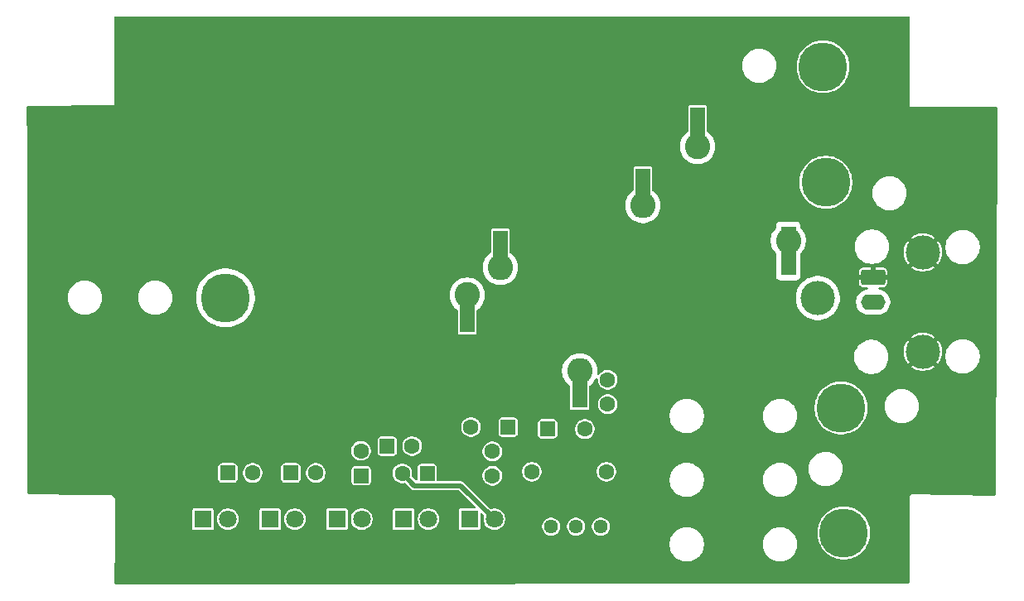
<source format=gbl>
G04 #@! TF.GenerationSoftware,KiCad,Pcbnew,9.0.4*
G04 #@! TF.CreationDate,2025-12-30T20:19:11-05:00*
G04 #@! TF.ProjectId,SignalStreamer,5369676e-616c-4537-9472-65616d65722e,rev?*
G04 #@! TF.SameCoordinates,Original*
G04 #@! TF.FileFunction,Copper,L2,Bot*
G04 #@! TF.FilePolarity,Positive*
%FSLAX46Y46*%
G04 Gerber Fmt 4.6, Leading zero omitted, Abs format (unit mm)*
G04 Created by KiCad (PCBNEW 9.0.4) date 2025-12-30 20:19:11*
%MOMM*%
%LPD*%
G01*
G04 APERTURE LIST*
G04 Aperture macros list*
%AMRoundRect*
0 Rectangle with rounded corners*
0 $1 Rounding radius*
0 $2 $3 $4 $5 $6 $7 $8 $9 X,Y pos of 4 corners*
0 Add a 4 corners polygon primitive as box body*
4,1,4,$2,$3,$4,$5,$6,$7,$8,$9,$2,$3,0*
0 Add four circle primitives for the rounded corners*
1,1,$1+$1,$2,$3*
1,1,$1+$1,$4,$5*
1,1,$1+$1,$6,$7*
1,1,$1+$1,$8,$9*
0 Add four rect primitives between the rounded corners*
20,1,$1+$1,$2,$3,$4,$5,0*
20,1,$1+$1,$4,$5,$6,$7,0*
20,1,$1+$1,$6,$7,$8,$9,0*
20,1,$1+$1,$8,$9,$2,$3,0*%
G04 Aperture macros list end*
G04 #@! TA.AperFunction,SMDPad,CuDef*
%ADD10R,1.524000X5.000000*%
G04 #@! TD*
G04 #@! TA.AperFunction,ComponentPad*
%ADD11C,2.600000*%
G04 #@! TD*
G04 #@! TA.AperFunction,ComponentPad*
%ADD12C,5.000000*%
G04 #@! TD*
G04 #@! TA.AperFunction,ComponentPad*
%ADD13RoundRect,0.250000X-0.550000X-0.550000X0.550000X-0.550000X0.550000X0.550000X-0.550000X0.550000X0*%
G04 #@! TD*
G04 #@! TA.AperFunction,ComponentPad*
%ADD14C,1.600000*%
G04 #@! TD*
G04 #@! TA.AperFunction,ComponentPad*
%ADD15R,1.800000X1.800000*%
G04 #@! TD*
G04 #@! TA.AperFunction,ComponentPad*
%ADD16C,1.800000*%
G04 #@! TD*
G04 #@! TA.AperFunction,ComponentPad*
%ADD17O,2.500000X1.600000*%
G04 #@! TD*
G04 #@! TA.AperFunction,ComponentPad*
%ADD18C,3.500000*%
G04 #@! TD*
G04 #@! TA.AperFunction,ComponentPad*
%ADD19RoundRect,0.250000X-1.000000X0.550000X-1.000000X-0.550000X1.000000X-0.550000X1.000000X0.550000X0*%
G04 #@! TD*
G04 #@! TA.AperFunction,ComponentPad*
%ADD20C,7.000000*%
G04 #@! TD*
G04 #@! TA.AperFunction,ComponentPad*
%ADD21RoundRect,0.250000X0.550000X-0.550000X0.550000X0.550000X-0.550000X0.550000X-0.550000X-0.550000X0*%
G04 #@! TD*
G04 #@! TA.AperFunction,ComponentPad*
%ADD22RoundRect,0.250000X0.550000X0.550000X-0.550000X0.550000X-0.550000X-0.550000X0.550000X-0.550000X0*%
G04 #@! TD*
G04 #@! TA.AperFunction,ComponentPad*
%ADD23C,1.440000*%
G04 #@! TD*
G04 #@! TA.AperFunction,ViaPad*
%ADD24C,0.600000*%
G04 #@! TD*
G04 #@! TA.AperFunction,Conductor*
%ADD25C,0.350000*%
G04 #@! TD*
G04 #@! TA.AperFunction,Conductor*
%ADD26C,0.500000*%
G04 #@! TD*
G04 APERTURE END LIST*
D10*
X88885900Y-83222800D03*
D11*
X88885900Y-84522800D03*
X96985900Y-95092800D03*
D10*
X96985900Y-96392800D03*
D11*
X85495900Y-87342800D03*
D10*
X85495900Y-88642800D03*
X103445900Y-76882800D03*
D11*
X103445900Y-78182800D03*
D12*
X121860000Y-63980000D03*
X123690000Y-98880000D03*
X122150000Y-75800000D03*
D13*
X77314315Y-102790000D03*
D14*
X79854315Y-102790000D03*
D15*
X58495000Y-110270000D03*
D16*
X61035000Y-110270000D03*
D14*
X92100000Y-105410000D03*
X99720000Y-105410000D03*
D11*
X109030000Y-72130000D03*
D17*
X126980000Y-88050000D03*
D18*
X132060000Y-82970000D03*
D19*
X126980000Y-85510000D03*
D18*
X132060000Y-93130000D03*
D12*
X123980000Y-111680000D03*
D20*
X128125000Y-70572400D03*
D13*
X67474315Y-105530000D03*
D14*
X70014315Y-105530000D03*
D21*
X74650000Y-105815686D03*
D14*
X74650000Y-103275686D03*
D18*
X121330000Y-87640000D03*
D11*
X118310000Y-81760000D03*
D20*
X51925000Y-105497400D03*
D22*
X81405686Y-105580000D03*
D14*
X78865686Y-105580000D03*
D12*
X60790000Y-87610000D03*
D20*
X128125000Y-105497400D03*
D14*
X88060000Y-103320000D03*
X88060000Y-105820000D03*
D15*
X79005000Y-110270000D03*
D16*
X81545000Y-110270000D03*
D13*
X93709315Y-101030000D03*
D14*
X97519315Y-101030000D03*
D20*
X51925000Y-70572400D03*
D22*
X89680686Y-100840000D03*
D14*
X85870686Y-100840000D03*
D15*
X72165000Y-110270000D03*
D16*
X74705000Y-110270000D03*
D13*
X61030000Y-105530000D03*
D14*
X63570000Y-105530000D03*
D23*
X99150000Y-111020000D03*
X96610000Y-111020000D03*
X94070000Y-111020000D03*
D14*
X99840000Y-98500000D03*
X99840000Y-96000000D03*
D10*
X109030000Y-70630000D03*
D15*
X65335000Y-110270000D03*
D16*
X67875000Y-110270000D03*
D15*
X85715000Y-110270000D03*
D16*
X88255000Y-110270000D03*
D10*
X118310000Y-82820000D03*
D24*
X118620000Y-59702400D03*
X127570000Y-59642400D03*
X116340000Y-116392400D03*
X54830000Y-116222400D03*
X109490000Y-59632400D03*
X57330000Y-116202400D03*
X112570000Y-59672400D03*
X41150000Y-70240000D03*
X68560000Y-116192400D03*
X130000000Y-62042400D03*
X75140000Y-59560000D03*
X86300000Y-116300000D03*
X64520000Y-59792400D03*
X50180000Y-66732400D03*
X83240000Y-59752400D03*
X60070000Y-116202400D03*
X41200000Y-77860000D03*
X136070000Y-107022400D03*
X41390000Y-107010000D03*
X139090000Y-83482400D03*
X44650000Y-68410000D03*
X124610000Y-59702400D03*
X41160000Y-71990000D03*
X61660000Y-59792400D03*
X41200000Y-86120000D03*
X95340000Y-59662400D03*
X41160000Y-84070000D03*
X50070000Y-116252400D03*
X78130000Y-59670000D03*
X139110000Y-73630000D03*
X90890000Y-116370000D03*
X46610000Y-68410000D03*
X45480000Y-107060000D03*
X79680000Y-116110000D03*
X100224873Y-116521019D03*
X89609787Y-59647208D03*
X50220000Y-59822400D03*
X129980000Y-116392400D03*
X69830000Y-59610000D03*
X126900000Y-116342400D03*
X107220000Y-116512400D03*
X52950000Y-59822400D03*
X119800000Y-116342400D03*
X52320000Y-116252400D03*
X139120000Y-107072400D03*
X55850000Y-59822400D03*
X139010000Y-68842400D03*
X129940000Y-64392400D03*
X41220000Y-98760000D03*
X93070000Y-116450000D03*
X50050000Y-113792400D03*
X62770000Y-116182400D03*
X65680000Y-116192400D03*
X50220000Y-62992400D03*
X50050000Y-111602400D03*
X41180000Y-75980000D03*
X98050000Y-59732400D03*
X41180000Y-88380000D03*
X139080000Y-77760000D03*
X121710000Y-59702400D03*
X139090000Y-93262400D03*
X112870000Y-116452400D03*
X47390000Y-107040000D03*
X84080000Y-116260000D03*
X139070000Y-103782400D03*
X41310000Y-102580000D03*
X103850000Y-59662400D03*
X41180000Y-68430000D03*
X92580000Y-59682400D03*
X123650000Y-116392400D03*
X41350000Y-104720000D03*
X104840000Y-116512400D03*
X50080000Y-109212400D03*
X41220000Y-92420000D03*
X129980000Y-113862400D03*
X139140000Y-71352400D03*
X41220000Y-96720000D03*
X95450000Y-116502400D03*
X139110000Y-75760000D03*
X139020000Y-89742400D03*
X106730000Y-59662400D03*
X41200000Y-90320000D03*
X97850000Y-116502400D03*
X139070000Y-86252400D03*
X71620000Y-116192400D03*
X41270000Y-100640000D03*
X74690000Y-116152400D03*
X86390000Y-59752400D03*
X43330000Y-107040000D03*
X42880000Y-68410000D03*
X135580000Y-68632400D03*
X129970000Y-66602400D03*
X81940000Y-116180000D03*
X67140000Y-59762400D03*
X41220000Y-94540000D03*
X80810000Y-59762900D03*
X115370000Y-59702400D03*
X132680000Y-68632400D03*
X138920000Y-100202400D03*
X133080000Y-106972400D03*
X88590000Y-116370000D03*
X77050000Y-116132400D03*
X129970000Y-59672400D03*
X130030000Y-110672400D03*
X139050000Y-79970000D03*
X139020000Y-96662400D03*
X41160000Y-81930000D03*
X48940000Y-107040000D03*
X72640000Y-59610000D03*
X109670000Y-116482400D03*
X102220000Y-116512400D03*
X58760000Y-59822400D03*
X101070000Y-59653380D03*
X41180000Y-73820000D03*
X41180000Y-79940000D03*
X48610000Y-68420000D03*
D25*
X139140000Y-73600000D02*
X139110000Y-73630000D01*
X50050000Y-111602400D02*
X50050000Y-113792400D01*
X41180000Y-75980000D02*
X41180000Y-77840000D01*
X54830000Y-116222400D02*
X57310000Y-116222400D01*
X93070000Y-116450000D02*
X90970000Y-116450000D01*
X41220000Y-92420000D02*
X41220000Y-94540000D01*
X80717100Y-59670000D02*
X80810000Y-59762900D01*
X89609787Y-59647208D02*
X92544808Y-59647208D01*
X124610000Y-59702400D02*
X127510000Y-59702400D01*
X116390000Y-116342400D02*
X116340000Y-116392400D01*
X41160000Y-84070000D02*
X41160000Y-86080000D01*
X112870000Y-116452400D02*
X109700000Y-116452400D01*
X95340000Y-59662400D02*
X97980000Y-59662400D01*
X112570000Y-59672400D02*
X115340000Y-59672400D01*
X129980000Y-113862400D02*
X129980000Y-116392400D01*
X41220000Y-96720000D02*
X41220000Y-98760000D01*
X115340000Y-59672400D02*
X115370000Y-59702400D01*
X129970000Y-62012400D02*
X130000000Y-62042400D01*
X129940000Y-66572400D02*
X129970000Y-66602400D01*
X75090000Y-59610000D02*
X75140000Y-59560000D01*
X139090000Y-83482400D02*
X139090000Y-86232400D01*
X118620000Y-59702400D02*
X121710000Y-59702400D01*
X102220000Y-116512400D02*
X100233492Y-116512400D01*
X41350000Y-104720000D02*
X41350000Y-106970000D01*
X41160000Y-73800000D02*
X41180000Y-73820000D01*
X57310000Y-116222400D02*
X57330000Y-116202400D01*
X41180000Y-70210000D02*
X41150000Y-70240000D01*
X41180000Y-68430000D02*
X41180000Y-70210000D01*
X133130000Y-107022400D02*
X133080000Y-106972400D01*
X41180000Y-90300000D02*
X41200000Y-90320000D01*
X82020000Y-116260000D02*
X81940000Y-116180000D01*
X129940000Y-64392400D02*
X129940000Y-66572400D01*
X67140000Y-59762400D02*
X69677600Y-59762400D01*
X41270000Y-100640000D02*
X41270000Y-102540000D01*
X44650000Y-68410000D02*
X42880000Y-68410000D01*
X92544808Y-59647208D02*
X92580000Y-59682400D01*
X129970000Y-59672400D02*
X129970000Y-62012400D01*
X41350000Y-106970000D02*
X41390000Y-107010000D01*
X109460000Y-59662400D02*
X109490000Y-59632400D01*
X72640000Y-59610000D02*
X75090000Y-59610000D01*
X48610000Y-68420000D02*
X46620000Y-68420000D01*
X107220000Y-116512400D02*
X104840000Y-116512400D01*
X126900000Y-116342400D02*
X123700000Y-116342400D01*
X139090000Y-93262400D02*
X139090000Y-96592400D01*
X136070000Y-107022400D02*
X133130000Y-107022400D01*
X100233492Y-116512400D02*
X100224873Y-116521019D01*
X60070000Y-116202400D02*
X62750000Y-116202400D01*
X139070000Y-89692400D02*
X139020000Y-89742400D01*
X41270000Y-102540000D02*
X41310000Y-102580000D01*
X139070000Y-107022400D02*
X139120000Y-107072400D01*
X50180000Y-63032400D02*
X50220000Y-62992400D01*
X83240000Y-59752400D02*
X86390000Y-59752400D01*
X95474511Y-116526911D02*
X95450000Y-116502400D01*
X109700000Y-116452400D02*
X109670000Y-116482400D01*
X78130000Y-59670000D02*
X80717100Y-59670000D01*
X74650000Y-116192400D02*
X74690000Y-116152400D01*
X135770000Y-68442400D02*
X135580000Y-68632400D01*
X106730000Y-59662400D02*
X109460000Y-59662400D01*
X41180000Y-81910000D02*
X41160000Y-81930000D01*
X77050000Y-116132400D02*
X77070000Y-116152400D01*
X97850000Y-116502400D02*
X97825489Y-116526911D01*
X62750000Y-116202400D02*
X62770000Y-116182400D01*
X139110000Y-77730000D02*
X139080000Y-77760000D01*
X139090000Y-96592400D02*
X139020000Y-96662400D01*
X55850000Y-59822400D02*
X58760000Y-59822400D01*
X47390000Y-107040000D02*
X48940000Y-107040000D01*
X139070000Y-86252400D02*
X139070000Y-89692400D01*
X50070000Y-116252400D02*
X52320000Y-116252400D01*
X90970000Y-116450000D02*
X90890000Y-116370000D01*
X65680000Y-116192400D02*
X68560000Y-116192400D01*
X139140000Y-71352400D02*
X139140000Y-73600000D01*
X139020000Y-100102400D02*
X138920000Y-100202400D01*
X41180000Y-88380000D02*
X41180000Y-90300000D01*
X41160000Y-86080000D02*
X41200000Y-86120000D01*
X41180000Y-79940000D02*
X41180000Y-81910000D01*
X119800000Y-116342400D02*
X116390000Y-116342400D01*
X139010000Y-68842400D02*
X138610000Y-68442400D01*
X127510000Y-59702400D02*
X127570000Y-59642400D01*
X41160000Y-71990000D02*
X41160000Y-73800000D01*
X43330000Y-107040000D02*
X45460000Y-107040000D01*
X139050000Y-79970000D02*
X139050000Y-83442400D01*
X101070000Y-59653380D02*
X103840980Y-59653380D01*
X97980000Y-59662400D02*
X98050000Y-59732400D01*
X41180000Y-77840000D02*
X41200000Y-77860000D01*
X97825489Y-116526911D02*
X95474511Y-116526911D01*
X139050000Y-83442400D02*
X139090000Y-83482400D01*
X138610000Y-68442400D02*
X135770000Y-68442400D01*
X50220000Y-59822400D02*
X52950000Y-59822400D01*
X139110000Y-75760000D02*
X139110000Y-77730000D01*
X84080000Y-116260000D02*
X82020000Y-116260000D01*
X50180000Y-66732400D02*
X50180000Y-63032400D01*
X86370000Y-116370000D02*
X86300000Y-116300000D01*
X45460000Y-107040000D02*
X45480000Y-107060000D01*
X71620000Y-116192400D02*
X74650000Y-116192400D01*
X103840980Y-59653380D02*
X103850000Y-59662400D01*
X69677600Y-59762400D02*
X69830000Y-59610000D01*
X88590000Y-116370000D02*
X86370000Y-116370000D01*
X139090000Y-86232400D02*
X139070000Y-86252400D01*
X61660000Y-59792400D02*
X64520000Y-59792400D01*
X46620000Y-68420000D02*
X46610000Y-68410000D01*
X139070000Y-103782400D02*
X139070000Y-107022400D01*
X123700000Y-116342400D02*
X123650000Y-116392400D01*
X139020000Y-96662400D02*
X139020000Y-100102400D01*
D26*
X84816000Y-106831000D02*
X80116686Y-106831000D01*
X88255000Y-110270000D02*
X84816000Y-106831000D01*
X80116686Y-106831000D02*
X78865686Y-105580000D01*
G04 #@! TA.AperFunction,Conductor*
G36*
X130671711Y-58842402D02*
G01*
X130718204Y-58896058D01*
X130729589Y-58948810D01*
X130699999Y-68042399D01*
X130700000Y-68042400D01*
X139564319Y-68111421D01*
X139632281Y-68131953D01*
X139678355Y-68185969D01*
X139689335Y-68238083D01*
X139480671Y-107715345D01*
X139460309Y-107783359D01*
X139406409Y-107829568D01*
X139352955Y-107840667D01*
X130680000Y-107722399D01*
X130680000Y-116726493D01*
X130659998Y-116794614D01*
X130606342Y-116841107D01*
X130554093Y-116852493D01*
X49596508Y-116912306D01*
X49528373Y-116892354D01*
X49481840Y-116838733D01*
X49470416Y-116785893D01*
X49483821Y-112715263D01*
X106179500Y-112715263D01*
X106179500Y-112944736D01*
X106209450Y-113172231D01*
X106209452Y-113172238D01*
X106268842Y-113393887D01*
X106356656Y-113605888D01*
X106356657Y-113605889D01*
X106356662Y-113605900D01*
X106471386Y-113804608D01*
X106471391Y-113804615D01*
X106611073Y-113986652D01*
X106611092Y-113986673D01*
X106773326Y-114148907D01*
X106773347Y-114148926D01*
X106955384Y-114288608D01*
X106955391Y-114288613D01*
X107154099Y-114403337D01*
X107154103Y-114403338D01*
X107154112Y-114403344D01*
X107366113Y-114491158D01*
X107587762Y-114550548D01*
X107587766Y-114550548D01*
X107587768Y-114550549D01*
X107646398Y-114558267D01*
X107815266Y-114580500D01*
X107815273Y-114580500D01*
X108044727Y-114580500D01*
X108044734Y-114580500D01*
X108250345Y-114553430D01*
X108272231Y-114550549D01*
X108272231Y-114550548D01*
X108272238Y-114550548D01*
X108493887Y-114491158D01*
X108705888Y-114403344D01*
X108904612Y-114288611D01*
X109086661Y-114148919D01*
X109248919Y-113986661D01*
X109388611Y-113804612D01*
X109503344Y-113605888D01*
X109591158Y-113393887D01*
X109650548Y-113172238D01*
X109680500Y-112944734D01*
X109680500Y-112715266D01*
X109680500Y-112715263D01*
X115719500Y-112715263D01*
X115719500Y-112944736D01*
X115749450Y-113172231D01*
X115749452Y-113172238D01*
X115808842Y-113393887D01*
X115896656Y-113605888D01*
X115896657Y-113605889D01*
X115896662Y-113605900D01*
X116011386Y-113804608D01*
X116011391Y-113804615D01*
X116151073Y-113986652D01*
X116151092Y-113986673D01*
X116313326Y-114148907D01*
X116313347Y-114148926D01*
X116495384Y-114288608D01*
X116495391Y-114288613D01*
X116694099Y-114403337D01*
X116694103Y-114403338D01*
X116694112Y-114403344D01*
X116906113Y-114491158D01*
X117127762Y-114550548D01*
X117127766Y-114550548D01*
X117127768Y-114550549D01*
X117186398Y-114558267D01*
X117355266Y-114580500D01*
X117355273Y-114580500D01*
X117584727Y-114580500D01*
X117584734Y-114580500D01*
X117790345Y-114553430D01*
X117812231Y-114550549D01*
X117812231Y-114550548D01*
X117812238Y-114550548D01*
X118033887Y-114491158D01*
X118245888Y-114403344D01*
X118444612Y-114288611D01*
X118626661Y-114148919D01*
X118788919Y-113986661D01*
X118928611Y-113804612D01*
X119043344Y-113605888D01*
X119131158Y-113393887D01*
X119190548Y-113172238D01*
X119220500Y-112944734D01*
X119220500Y-112715266D01*
X119190548Y-112487762D01*
X119131158Y-112266113D01*
X119043344Y-112054112D01*
X119043338Y-112054103D01*
X119043337Y-112054099D01*
X118928613Y-111855391D01*
X118928608Y-111855384D01*
X118788926Y-111673347D01*
X118788907Y-111673326D01*
X118643923Y-111528342D01*
X121279500Y-111528342D01*
X121279500Y-111831657D01*
X121313460Y-112133067D01*
X121380955Y-112428778D01*
X121481125Y-112715047D01*
X121481136Y-112715074D01*
X121612732Y-112988336D01*
X121612737Y-112988345D01*
X121774108Y-113245164D01*
X121963223Y-113482307D01*
X122177692Y-113696776D01*
X122177696Y-113696779D01*
X122414836Y-113885892D01*
X122671659Y-114047265D01*
X122944935Y-114178868D01*
X122944951Y-114178873D01*
X122944952Y-114178874D01*
X123231221Y-114279044D01*
X123231224Y-114279044D01*
X123231228Y-114279046D01*
X123450095Y-114329001D01*
X123526932Y-114346539D01*
X123526933Y-114346539D01*
X123526937Y-114346540D01*
X123766518Y-114373534D01*
X123828342Y-114380500D01*
X123828343Y-114380500D01*
X124131658Y-114380500D01*
X124182958Y-114374719D01*
X124433063Y-114346540D01*
X124728772Y-114279046D01*
X125015065Y-114178868D01*
X125288341Y-114047265D01*
X125545164Y-113885892D01*
X125782304Y-113696779D01*
X125996779Y-113482304D01*
X126185892Y-113245164D01*
X126347265Y-112988341D01*
X126478868Y-112715065D01*
X126579046Y-112428772D01*
X126646540Y-112133063D01*
X126680500Y-111831657D01*
X126680500Y-111528343D01*
X126646540Y-111226937D01*
X126642955Y-111211232D01*
X126619716Y-111109414D01*
X126579046Y-110931228D01*
X126578385Y-110929340D01*
X126478874Y-110644952D01*
X126478873Y-110644951D01*
X126478868Y-110644935D01*
X126347265Y-110371659D01*
X126185892Y-110114836D01*
X125996779Y-109877696D01*
X125996776Y-109877692D01*
X125782307Y-109663223D01*
X125545164Y-109474108D01*
X125288345Y-109312737D01*
X125288336Y-109312732D01*
X125015074Y-109181136D01*
X125015067Y-109181133D01*
X125015065Y-109181132D01*
X125015059Y-109181129D01*
X125015047Y-109181125D01*
X124728778Y-109080955D01*
X124433067Y-109013460D01*
X124131658Y-108979500D01*
X124131657Y-108979500D01*
X123828343Y-108979500D01*
X123828342Y-108979500D01*
X123526932Y-109013460D01*
X123231221Y-109080955D01*
X122944952Y-109181125D01*
X122944925Y-109181136D01*
X122671663Y-109312732D01*
X122671654Y-109312737D01*
X122414835Y-109474108D01*
X122177692Y-109663223D01*
X121963223Y-109877692D01*
X121774108Y-110114835D01*
X121612737Y-110371654D01*
X121612732Y-110371663D01*
X121481136Y-110644925D01*
X121481125Y-110644952D01*
X121380955Y-110931221D01*
X121313460Y-111226932D01*
X121279500Y-111528342D01*
X118643923Y-111528342D01*
X118626673Y-111511092D01*
X118626652Y-111511073D01*
X118444615Y-111371391D01*
X118444608Y-111371386D01*
X118245900Y-111256662D01*
X118245892Y-111256658D01*
X118245888Y-111256656D01*
X118033887Y-111168842D01*
X117816758Y-111110663D01*
X117812231Y-111109450D01*
X117584736Y-111079500D01*
X117584734Y-111079500D01*
X117355266Y-111079500D01*
X117355263Y-111079500D01*
X117127768Y-111109450D01*
X116906113Y-111168842D01*
X116855647Y-111189746D01*
X116694110Y-111256657D01*
X116694099Y-111256662D01*
X116495391Y-111371386D01*
X116495384Y-111371391D01*
X116313347Y-111511073D01*
X116313326Y-111511092D01*
X116151092Y-111673326D01*
X116151073Y-111673347D01*
X116011391Y-111855384D01*
X116011386Y-111855391D01*
X115896662Y-112054099D01*
X115896657Y-112054110D01*
X115808842Y-112266113D01*
X115749450Y-112487768D01*
X115719500Y-112715263D01*
X109680500Y-112715263D01*
X109650548Y-112487762D01*
X109591158Y-112266113D01*
X109503344Y-112054112D01*
X109503338Y-112054103D01*
X109503337Y-112054099D01*
X109388613Y-111855391D01*
X109388608Y-111855384D01*
X109248926Y-111673347D01*
X109248907Y-111673326D01*
X109086673Y-111511092D01*
X109086652Y-111511073D01*
X108904615Y-111371391D01*
X108904608Y-111371386D01*
X108705900Y-111256662D01*
X108705892Y-111256658D01*
X108705888Y-111256656D01*
X108493887Y-111168842D01*
X108276758Y-111110663D01*
X108272231Y-111109450D01*
X108044736Y-111079500D01*
X108044734Y-111079500D01*
X107815266Y-111079500D01*
X107815263Y-111079500D01*
X107587768Y-111109450D01*
X107366113Y-111168842D01*
X107315647Y-111189746D01*
X107154110Y-111256657D01*
X107154099Y-111256662D01*
X106955391Y-111371386D01*
X106955384Y-111371391D01*
X106773347Y-111511073D01*
X106773326Y-111511092D01*
X106611092Y-111673326D01*
X106611073Y-111673347D01*
X106471391Y-111855384D01*
X106471386Y-111855391D01*
X106356662Y-112054099D01*
X106356657Y-112054110D01*
X106268842Y-112266113D01*
X106209450Y-112487768D01*
X106179500Y-112715263D01*
X49483821Y-112715263D01*
X49491025Y-110527704D01*
X49494903Y-109350249D01*
X57394500Y-109350249D01*
X57394500Y-109350252D01*
X57394500Y-111189748D01*
X57406133Y-111248231D01*
X57450448Y-111314552D01*
X57516769Y-111358867D01*
X57575252Y-111370500D01*
X57575253Y-111370500D01*
X59414747Y-111370500D01*
X59414748Y-111370500D01*
X59473231Y-111358867D01*
X59539552Y-111314552D01*
X59583867Y-111248231D01*
X59595500Y-111189748D01*
X59595500Y-110183389D01*
X59934500Y-110183389D01*
X59934500Y-110356611D01*
X59961598Y-110527701D01*
X60015127Y-110692445D01*
X60015128Y-110692448D01*
X60015130Y-110692452D01*
X60093768Y-110846788D01*
X60195587Y-110986930D01*
X60318069Y-111109412D01*
X60319788Y-111110661D01*
X60458212Y-111211232D01*
X60612555Y-111289873D01*
X60777299Y-111343402D01*
X60948389Y-111370500D01*
X60948392Y-111370500D01*
X61121608Y-111370500D01*
X61121611Y-111370500D01*
X61292701Y-111343402D01*
X61457445Y-111289873D01*
X61611788Y-111211232D01*
X61751928Y-111109414D01*
X61874414Y-110986928D01*
X61976232Y-110846788D01*
X62054873Y-110692445D01*
X62108402Y-110527701D01*
X62135500Y-110356611D01*
X62135500Y-110183389D01*
X62108402Y-110012299D01*
X62054873Y-109847555D01*
X61976232Y-109693212D01*
X61874414Y-109553072D01*
X61874412Y-109553069D01*
X61751930Y-109430587D01*
X61641354Y-109350249D01*
X64234500Y-109350249D01*
X64234500Y-109350252D01*
X64234500Y-111189748D01*
X64246133Y-111248231D01*
X64290448Y-111314552D01*
X64356769Y-111358867D01*
X64415252Y-111370500D01*
X64415253Y-111370500D01*
X66254747Y-111370500D01*
X66254748Y-111370500D01*
X66313231Y-111358867D01*
X66379552Y-111314552D01*
X66423867Y-111248231D01*
X66435500Y-111189748D01*
X66435500Y-110183389D01*
X66774500Y-110183389D01*
X66774500Y-110356611D01*
X66801598Y-110527701D01*
X66855127Y-110692445D01*
X66855128Y-110692448D01*
X66855130Y-110692452D01*
X66933768Y-110846788D01*
X67035587Y-110986930D01*
X67158069Y-111109412D01*
X67159788Y-111110661D01*
X67298212Y-111211232D01*
X67452555Y-111289873D01*
X67617299Y-111343402D01*
X67788389Y-111370500D01*
X67788392Y-111370500D01*
X67961608Y-111370500D01*
X67961611Y-111370500D01*
X68132701Y-111343402D01*
X68297445Y-111289873D01*
X68451788Y-111211232D01*
X68591928Y-111109414D01*
X68714414Y-110986928D01*
X68816232Y-110846788D01*
X68894873Y-110692445D01*
X68948402Y-110527701D01*
X68975500Y-110356611D01*
X68975500Y-110183389D01*
X68948402Y-110012299D01*
X68894873Y-109847555D01*
X68816232Y-109693212D01*
X68714414Y-109553072D01*
X68714412Y-109553069D01*
X68591930Y-109430587D01*
X68481354Y-109350249D01*
X71064500Y-109350249D01*
X71064500Y-109350252D01*
X71064500Y-111189748D01*
X71076133Y-111248231D01*
X71120448Y-111314552D01*
X71186769Y-111358867D01*
X71245252Y-111370500D01*
X71245253Y-111370500D01*
X73084747Y-111370500D01*
X73084748Y-111370500D01*
X73143231Y-111358867D01*
X73209552Y-111314552D01*
X73253867Y-111248231D01*
X73265500Y-111189748D01*
X73265500Y-110183389D01*
X73604500Y-110183389D01*
X73604500Y-110356611D01*
X73631598Y-110527701D01*
X73685127Y-110692445D01*
X73685128Y-110692448D01*
X73685130Y-110692452D01*
X73763768Y-110846788D01*
X73865587Y-110986930D01*
X73988069Y-111109412D01*
X73989788Y-111110661D01*
X74128212Y-111211232D01*
X74282555Y-111289873D01*
X74447299Y-111343402D01*
X74618389Y-111370500D01*
X74618392Y-111370500D01*
X74791608Y-111370500D01*
X74791611Y-111370500D01*
X74962701Y-111343402D01*
X75127445Y-111289873D01*
X75281788Y-111211232D01*
X75421928Y-111109414D01*
X75544414Y-110986928D01*
X75646232Y-110846788D01*
X75724873Y-110692445D01*
X75778402Y-110527701D01*
X75805500Y-110356611D01*
X75805500Y-110183389D01*
X75778402Y-110012299D01*
X75724873Y-109847555D01*
X75646232Y-109693212D01*
X75544414Y-109553072D01*
X75544412Y-109553069D01*
X75421930Y-109430587D01*
X75311354Y-109350249D01*
X77904500Y-109350249D01*
X77904500Y-109350252D01*
X77904500Y-111189748D01*
X77916133Y-111248231D01*
X77960448Y-111314552D01*
X78026769Y-111358867D01*
X78085252Y-111370500D01*
X78085253Y-111370500D01*
X79924747Y-111370500D01*
X79924748Y-111370500D01*
X79983231Y-111358867D01*
X80049552Y-111314552D01*
X80093867Y-111248231D01*
X80105500Y-111189748D01*
X80105500Y-110183389D01*
X80444500Y-110183389D01*
X80444500Y-110356611D01*
X80471598Y-110527701D01*
X80525127Y-110692445D01*
X80525128Y-110692448D01*
X80525130Y-110692452D01*
X80603768Y-110846788D01*
X80705587Y-110986930D01*
X80828069Y-111109412D01*
X80829788Y-111110661D01*
X80968212Y-111211232D01*
X81122555Y-111289873D01*
X81287299Y-111343402D01*
X81458389Y-111370500D01*
X81458392Y-111370500D01*
X81631608Y-111370500D01*
X81631611Y-111370500D01*
X81802701Y-111343402D01*
X81967445Y-111289873D01*
X82121788Y-111211232D01*
X82261928Y-111109414D01*
X82384414Y-110986928D01*
X82486232Y-110846788D01*
X82564873Y-110692445D01*
X82618402Y-110527701D01*
X82645500Y-110356611D01*
X82645500Y-110183389D01*
X82618402Y-110012299D01*
X82564873Y-109847555D01*
X82486232Y-109693212D01*
X82384414Y-109553072D01*
X82384412Y-109553069D01*
X82261930Y-109430587D01*
X82121788Y-109328768D01*
X81967452Y-109250130D01*
X81967448Y-109250128D01*
X81967445Y-109250127D01*
X81802701Y-109196598D01*
X81631611Y-109169500D01*
X81458389Y-109169500D01*
X81287299Y-109196598D01*
X81287296Y-109196598D01*
X81287295Y-109196599D01*
X81219698Y-109218563D01*
X81122555Y-109250127D01*
X81122553Y-109250127D01*
X81122547Y-109250130D01*
X80968211Y-109328768D01*
X80828069Y-109430587D01*
X80705587Y-109553069D01*
X80603768Y-109693211D01*
X80525130Y-109847547D01*
X80525127Y-109847553D01*
X80525127Y-109847555D01*
X80471598Y-110012299D01*
X80444500Y-110183389D01*
X80105500Y-110183389D01*
X80105500Y-109350252D01*
X80093867Y-109291769D01*
X80049552Y-109225448D01*
X79983231Y-109181133D01*
X79983228Y-109181132D01*
X79924750Y-109169500D01*
X79924748Y-109169500D01*
X78085252Y-109169500D01*
X78085249Y-109169500D01*
X78026771Y-109181132D01*
X78026768Y-109181133D01*
X77960448Y-109225448D01*
X77916133Y-109291768D01*
X77916132Y-109291771D01*
X77904500Y-109350249D01*
X75311354Y-109350249D01*
X75281788Y-109328768D01*
X75127452Y-109250130D01*
X75127448Y-109250128D01*
X75127445Y-109250127D01*
X74962701Y-109196598D01*
X74791611Y-109169500D01*
X74618389Y-109169500D01*
X74447299Y-109196598D01*
X74447296Y-109196598D01*
X74447295Y-109196599D01*
X74379698Y-109218563D01*
X74282555Y-109250127D01*
X74282553Y-109250127D01*
X74282547Y-109250130D01*
X74128211Y-109328768D01*
X73988069Y-109430587D01*
X73865587Y-109553069D01*
X73763768Y-109693211D01*
X73685130Y-109847547D01*
X73685127Y-109847553D01*
X73685127Y-109847555D01*
X73631598Y-110012299D01*
X73604500Y-110183389D01*
X73265500Y-110183389D01*
X73265500Y-109350252D01*
X73253867Y-109291769D01*
X73209552Y-109225448D01*
X73143231Y-109181133D01*
X73143228Y-109181132D01*
X73084750Y-109169500D01*
X73084748Y-109169500D01*
X71245252Y-109169500D01*
X71245249Y-109169500D01*
X71186771Y-109181132D01*
X71186768Y-109181133D01*
X71120448Y-109225448D01*
X71076133Y-109291768D01*
X71076132Y-109291771D01*
X71064500Y-109350249D01*
X68481354Y-109350249D01*
X68451788Y-109328768D01*
X68297452Y-109250130D01*
X68297448Y-109250128D01*
X68297445Y-109250127D01*
X68132701Y-109196598D01*
X67961611Y-109169500D01*
X67788389Y-109169500D01*
X67617299Y-109196598D01*
X67617296Y-109196598D01*
X67617295Y-109196599D01*
X67549698Y-109218563D01*
X67452555Y-109250127D01*
X67452553Y-109250127D01*
X67452547Y-109250130D01*
X67298211Y-109328768D01*
X67158069Y-109430587D01*
X67035587Y-109553069D01*
X66933768Y-109693211D01*
X66855130Y-109847547D01*
X66855127Y-109847553D01*
X66855127Y-109847555D01*
X66801598Y-110012299D01*
X66774500Y-110183389D01*
X66435500Y-110183389D01*
X66435500Y-109350252D01*
X66423867Y-109291769D01*
X66379552Y-109225448D01*
X66313231Y-109181133D01*
X66313228Y-109181132D01*
X66254750Y-109169500D01*
X66254748Y-109169500D01*
X64415252Y-109169500D01*
X64415249Y-109169500D01*
X64356771Y-109181132D01*
X64356768Y-109181133D01*
X64290448Y-109225448D01*
X64246133Y-109291768D01*
X64246132Y-109291771D01*
X64234500Y-109350249D01*
X61641354Y-109350249D01*
X61611788Y-109328768D01*
X61457452Y-109250130D01*
X61457448Y-109250128D01*
X61457445Y-109250127D01*
X61292701Y-109196598D01*
X61121611Y-109169500D01*
X60948389Y-109169500D01*
X60777299Y-109196598D01*
X60777296Y-109196598D01*
X60777295Y-109196599D01*
X60709698Y-109218563D01*
X60612555Y-109250127D01*
X60612553Y-109250127D01*
X60612547Y-109250130D01*
X60458211Y-109328768D01*
X60318069Y-109430587D01*
X60195587Y-109553069D01*
X60093768Y-109693211D01*
X60015130Y-109847547D01*
X60015127Y-109847553D01*
X60015127Y-109847555D01*
X59961598Y-110012299D01*
X59934500Y-110183389D01*
X59595500Y-110183389D01*
X59595500Y-109350252D01*
X59583867Y-109291769D01*
X59539552Y-109225448D01*
X59473231Y-109181133D01*
X59473228Y-109181132D01*
X59414750Y-109169500D01*
X59414748Y-109169500D01*
X57575252Y-109169500D01*
X57575249Y-109169500D01*
X57516771Y-109181132D01*
X57516768Y-109181133D01*
X57450448Y-109225448D01*
X57406133Y-109291768D01*
X57406132Y-109291771D01*
X57394500Y-109350249D01*
X49494903Y-109350249D01*
X49494925Y-109343647D01*
X49500000Y-107802399D01*
X46790479Y-107792401D01*
X46789678Y-107792396D01*
X40704452Y-107731250D01*
X40636536Y-107710564D01*
X40590584Y-107656444D01*
X40579718Y-107605541D01*
X40579068Y-107318405D01*
X40573949Y-105056085D01*
X40573654Y-104925733D01*
X60029500Y-104925733D01*
X60029500Y-106134266D01*
X60032354Y-106164700D01*
X60032355Y-106164704D01*
X60077206Y-106292881D01*
X60077208Y-106292885D01*
X60157849Y-106402150D01*
X60267114Y-106482791D01*
X60267118Y-106482793D01*
X60395301Y-106527646D01*
X60425734Y-106530500D01*
X60425736Y-106530500D01*
X61634264Y-106530500D01*
X61634266Y-106530500D01*
X61664699Y-106527646D01*
X61792882Y-106482793D01*
X61882528Y-106416632D01*
X61902150Y-106402150D01*
X61982791Y-106292885D01*
X61982793Y-106292881D01*
X61991744Y-106267302D01*
X62027646Y-106164699D01*
X62030500Y-106134266D01*
X62030500Y-105431455D01*
X62569500Y-105431455D01*
X62569500Y-105628544D01*
X62607949Y-105821835D01*
X62607950Y-105821838D01*
X62683368Y-106003914D01*
X62792861Y-106167782D01*
X62932218Y-106307139D01*
X63096086Y-106416632D01*
X63278165Y-106492051D01*
X63471459Y-106530500D01*
X63668541Y-106530500D01*
X63861835Y-106492051D01*
X64043914Y-106416632D01*
X64207782Y-106307139D01*
X64347139Y-106167782D01*
X64456632Y-106003914D01*
X64532051Y-105821835D01*
X64570500Y-105628541D01*
X64570500Y-105431459D01*
X64532051Y-105238165D01*
X64456632Y-105056086D01*
X64369533Y-104925733D01*
X66473815Y-104925733D01*
X66473815Y-106134266D01*
X66476669Y-106164700D01*
X66476670Y-106164704D01*
X66521521Y-106292881D01*
X66521523Y-106292885D01*
X66602164Y-106402150D01*
X66711429Y-106482791D01*
X66711433Y-106482793D01*
X66839616Y-106527646D01*
X66870049Y-106530500D01*
X66870051Y-106530500D01*
X68078579Y-106530500D01*
X68078581Y-106530500D01*
X68109014Y-106527646D01*
X68237197Y-106482793D01*
X68326843Y-106416632D01*
X68346465Y-106402150D01*
X68427106Y-106292885D01*
X68427108Y-106292881D01*
X68436059Y-106267302D01*
X68471961Y-106164699D01*
X68474815Y-106134266D01*
X68474815Y-105431455D01*
X69013815Y-105431455D01*
X69013815Y-105628544D01*
X69052264Y-105821835D01*
X69052265Y-105821838D01*
X69127683Y-106003914D01*
X69237176Y-106167782D01*
X69376533Y-106307139D01*
X69540401Y-106416632D01*
X69722480Y-106492051D01*
X69915774Y-106530500D01*
X70112856Y-106530500D01*
X70306150Y-106492051D01*
X70488229Y-106416632D01*
X70652097Y-106307139D01*
X70791454Y-106167782D01*
X70900947Y-106003914D01*
X70976366Y-105821835D01*
X71014815Y-105628541D01*
X71014815Y-105431459D01*
X70976366Y-105238165D01*
X70965288Y-105211419D01*
X73649500Y-105211419D01*
X73649500Y-106419952D01*
X73652354Y-106450386D01*
X73652355Y-106450390D01*
X73697206Y-106578567D01*
X73697208Y-106578571D01*
X73777849Y-106687836D01*
X73887114Y-106768477D01*
X73887118Y-106768479D01*
X74015301Y-106813332D01*
X74045734Y-106816186D01*
X74045736Y-106816186D01*
X75254264Y-106816186D01*
X75254266Y-106816186D01*
X75284699Y-106813332D01*
X75412882Y-106768479D01*
X75522150Y-106687836D01*
X75602793Y-106578568D01*
X75647646Y-106450385D01*
X75650500Y-106419952D01*
X75650500Y-105481455D01*
X77865186Y-105481455D01*
X77865186Y-105678544D01*
X77873723Y-105721459D01*
X77903635Y-105871835D01*
X77979054Y-106053914D01*
X78088547Y-106217782D01*
X78227904Y-106357139D01*
X78391772Y-106466632D01*
X78573851Y-106542051D01*
X78767145Y-106580500D01*
X78964227Y-106580500D01*
X79119086Y-106549696D01*
X79189799Y-106556024D01*
X79232762Y-106584180D01*
X79840065Y-107191483D01*
X79840070Y-107191487D01*
X79840072Y-107191489D01*
X79942799Y-107250799D01*
X79956226Y-107254396D01*
X79967000Y-107257283D01*
X79967004Y-107257284D01*
X79967012Y-107257286D01*
X80057377Y-107281500D01*
X84577207Y-107281500D01*
X84645328Y-107301502D01*
X84666302Y-107318405D01*
X86302302Y-108954405D01*
X86336328Y-109016717D01*
X86331263Y-109087532D01*
X86288716Y-109144368D01*
X86222196Y-109169179D01*
X86213207Y-109169500D01*
X84795249Y-109169500D01*
X84736771Y-109181132D01*
X84736768Y-109181133D01*
X84670448Y-109225448D01*
X84626133Y-109291768D01*
X84626132Y-109291771D01*
X84614500Y-109350249D01*
X84614500Y-109350252D01*
X84614500Y-111189748D01*
X84626133Y-111248231D01*
X84670448Y-111314552D01*
X84736769Y-111358867D01*
X84795252Y-111370500D01*
X84795253Y-111370500D01*
X86634747Y-111370500D01*
X86634748Y-111370500D01*
X86693231Y-111358867D01*
X86759552Y-111314552D01*
X86803867Y-111248231D01*
X86815500Y-111189748D01*
X86815500Y-109771793D01*
X86835502Y-109703672D01*
X86889158Y-109657179D01*
X86959432Y-109647075D01*
X87024012Y-109676569D01*
X87030595Y-109682698D01*
X87170798Y-109822901D01*
X87204824Y-109885213D01*
X87201537Y-109950930D01*
X87181599Y-110012295D01*
X87181598Y-110012299D01*
X87154500Y-110183389D01*
X87154500Y-110356611D01*
X87181598Y-110527701D01*
X87235127Y-110692445D01*
X87235128Y-110692448D01*
X87235130Y-110692452D01*
X87313768Y-110846788D01*
X87415587Y-110986930D01*
X87538069Y-111109412D01*
X87539788Y-111110661D01*
X87678212Y-111211232D01*
X87832555Y-111289873D01*
X87997299Y-111343402D01*
X88168389Y-111370500D01*
X88168392Y-111370500D01*
X88341608Y-111370500D01*
X88341611Y-111370500D01*
X88512701Y-111343402D01*
X88677445Y-111289873D01*
X88831788Y-111211232D01*
X88971928Y-111109414D01*
X89094414Y-110986928D01*
X89136257Y-110929336D01*
X93149500Y-110929336D01*
X93149500Y-111110663D01*
X93172627Y-111226932D01*
X93184874Y-111288500D01*
X93254263Y-111456020D01*
X93355001Y-111606785D01*
X93483215Y-111734999D01*
X93633980Y-111835737D01*
X93801500Y-111905126D01*
X93979339Y-111940500D01*
X93979340Y-111940500D01*
X94160660Y-111940500D01*
X94160661Y-111940500D01*
X94338500Y-111905126D01*
X94506020Y-111835737D01*
X94656785Y-111734999D01*
X94784999Y-111606785D01*
X94885737Y-111456020D01*
X94955126Y-111288500D01*
X94990500Y-111110661D01*
X94990500Y-110929339D01*
X94990499Y-110929336D01*
X95689500Y-110929336D01*
X95689500Y-111110663D01*
X95712627Y-111226932D01*
X95724874Y-111288500D01*
X95794263Y-111456020D01*
X95895001Y-111606785D01*
X96023215Y-111734999D01*
X96173980Y-111835737D01*
X96341500Y-111905126D01*
X96519339Y-111940500D01*
X96519340Y-111940500D01*
X96700660Y-111940500D01*
X96700661Y-111940500D01*
X96878500Y-111905126D01*
X97046020Y-111835737D01*
X97196785Y-111734999D01*
X97324999Y-111606785D01*
X97425737Y-111456020D01*
X97495126Y-111288500D01*
X97530500Y-111110661D01*
X97530500Y-110929339D01*
X97530499Y-110929336D01*
X98229500Y-110929336D01*
X98229500Y-111110663D01*
X98252627Y-111226932D01*
X98264874Y-111288500D01*
X98334263Y-111456020D01*
X98435001Y-111606785D01*
X98563215Y-111734999D01*
X98713980Y-111835737D01*
X98881500Y-111905126D01*
X99059339Y-111940500D01*
X99059340Y-111940500D01*
X99240660Y-111940500D01*
X99240661Y-111940500D01*
X99418500Y-111905126D01*
X99586020Y-111835737D01*
X99736785Y-111734999D01*
X99864999Y-111606785D01*
X99965737Y-111456020D01*
X100035126Y-111288500D01*
X100070500Y-111110661D01*
X100070500Y-110929339D01*
X100035126Y-110751500D01*
X99965737Y-110583980D01*
X99864999Y-110433215D01*
X99736785Y-110305001D01*
X99586020Y-110204263D01*
X99418500Y-110134874D01*
X99240663Y-110099500D01*
X99240661Y-110099500D01*
X99059339Y-110099500D01*
X99059336Y-110099500D01*
X98881499Y-110134874D01*
X98881494Y-110134876D01*
X98713980Y-110204263D01*
X98563219Y-110304998D01*
X98563212Y-110305003D01*
X98435003Y-110433212D01*
X98434998Y-110433219D01*
X98334263Y-110583980D01*
X98264876Y-110751494D01*
X98264874Y-110751499D01*
X98229500Y-110929336D01*
X97530499Y-110929336D01*
X97495126Y-110751500D01*
X97425737Y-110583980D01*
X97324999Y-110433215D01*
X97196785Y-110305001D01*
X97046020Y-110204263D01*
X96878500Y-110134874D01*
X96700663Y-110099500D01*
X96700661Y-110099500D01*
X96519339Y-110099500D01*
X96519336Y-110099500D01*
X96341499Y-110134874D01*
X96341494Y-110134876D01*
X96173980Y-110204263D01*
X96023219Y-110304998D01*
X96023212Y-110305003D01*
X95895003Y-110433212D01*
X95894998Y-110433219D01*
X95794263Y-110583980D01*
X95724876Y-110751494D01*
X95724874Y-110751499D01*
X95689500Y-110929336D01*
X94990499Y-110929336D01*
X94955126Y-110751500D01*
X94885737Y-110583980D01*
X94784999Y-110433215D01*
X94656785Y-110305001D01*
X94506020Y-110204263D01*
X94338500Y-110134874D01*
X94160663Y-110099500D01*
X94160661Y-110099500D01*
X93979339Y-110099500D01*
X93979336Y-110099500D01*
X93801499Y-110134874D01*
X93801494Y-110134876D01*
X93633980Y-110204263D01*
X93483219Y-110304998D01*
X93483212Y-110305003D01*
X93355003Y-110433212D01*
X93354998Y-110433219D01*
X93254263Y-110583980D01*
X93184876Y-110751494D01*
X93184874Y-110751499D01*
X93149500Y-110929336D01*
X89136257Y-110929336D01*
X89196232Y-110846788D01*
X89274873Y-110692445D01*
X89328402Y-110527701D01*
X89355500Y-110356611D01*
X89355500Y-110183389D01*
X89328402Y-110012299D01*
X89274873Y-109847555D01*
X89196232Y-109693212D01*
X89094414Y-109553072D01*
X89094412Y-109553069D01*
X88971930Y-109430587D01*
X88831788Y-109328768D01*
X88677452Y-109250130D01*
X88677448Y-109250128D01*
X88677445Y-109250127D01*
X88512701Y-109196598D01*
X88341611Y-109169500D01*
X88168389Y-109169500D01*
X87997299Y-109196598D01*
X87997296Y-109196598D01*
X87997295Y-109196599D01*
X87935930Y-109216537D01*
X87864963Y-109218563D01*
X87807901Y-109185798D01*
X85092620Y-106470516D01*
X85092610Y-106470508D01*
X84989891Y-106411203D01*
X84989889Y-106411202D01*
X84989887Y-106411201D01*
X84989884Y-106411200D01*
X84989879Y-106411198D01*
X84956108Y-106402149D01*
X84956108Y-106402150D01*
X84929174Y-106394933D01*
X84875309Y-106380500D01*
X84875307Y-106380500D01*
X82522896Y-106380500D01*
X82454775Y-106360498D01*
X82408282Y-106306842D01*
X82398178Y-106236568D01*
X82401717Y-106222088D01*
X82403329Y-106214704D01*
X82403332Y-106214699D01*
X82406186Y-106184266D01*
X82406186Y-105721455D01*
X87059500Y-105721455D01*
X87059500Y-105918544D01*
X87097949Y-106111835D01*
X87097950Y-106111838D01*
X87140556Y-106214699D01*
X87173368Y-106293914D01*
X87282861Y-106457782D01*
X87422218Y-106597139D01*
X87586086Y-106706632D01*
X87768165Y-106782051D01*
X87961459Y-106820500D01*
X88158541Y-106820500D01*
X88351835Y-106782051D01*
X88533914Y-106706632D01*
X88697782Y-106597139D01*
X88837139Y-106457782D01*
X88946632Y-106293914D01*
X89022051Y-106111835D01*
X89060500Y-105918541D01*
X89060500Y-105721459D01*
X89022051Y-105528165D01*
X88946632Y-105346086D01*
X88923492Y-105311455D01*
X91099500Y-105311455D01*
X91099500Y-105508544D01*
X91133315Y-105678541D01*
X91137949Y-105701835D01*
X91213368Y-105883914D01*
X91322861Y-106047782D01*
X91462218Y-106187139D01*
X91626086Y-106296632D01*
X91808165Y-106372051D01*
X92001459Y-106410500D01*
X92198541Y-106410500D01*
X92391835Y-106372051D01*
X92573914Y-106296632D01*
X92737782Y-106187139D01*
X92877139Y-106047782D01*
X92986632Y-105883914D01*
X93062051Y-105701835D01*
X93100500Y-105508541D01*
X93100500Y-105311459D01*
X93100499Y-105311455D01*
X98719500Y-105311455D01*
X98719500Y-105508544D01*
X98753315Y-105678541D01*
X98757949Y-105701835D01*
X98833368Y-105883914D01*
X98942861Y-106047782D01*
X99082218Y-106187139D01*
X99246086Y-106296632D01*
X99428165Y-106372051D01*
X99621459Y-106410500D01*
X99818541Y-106410500D01*
X100011835Y-106372051D01*
X100193914Y-106296632D01*
X100357782Y-106187139D01*
X100409658Y-106135263D01*
X106179500Y-106135263D01*
X106179500Y-106364736D01*
X106209450Y-106592231D01*
X106209452Y-106592238D01*
X106268842Y-106813887D01*
X106356656Y-107025888D01*
X106356657Y-107025889D01*
X106356662Y-107025900D01*
X106471386Y-107224608D01*
X106471391Y-107224615D01*
X106611073Y-107406652D01*
X106611092Y-107406673D01*
X106773326Y-107568907D01*
X106773347Y-107568926D01*
X106955384Y-107708608D01*
X106955391Y-107708613D01*
X107154099Y-107823337D01*
X107154103Y-107823338D01*
X107154112Y-107823344D01*
X107366113Y-107911158D01*
X107587762Y-107970548D01*
X107587766Y-107970548D01*
X107587768Y-107970549D01*
X107646398Y-107978267D01*
X107815266Y-108000500D01*
X107815273Y-108000500D01*
X108044727Y-108000500D01*
X108044734Y-108000500D01*
X108250345Y-107973430D01*
X108272231Y-107970549D01*
X108272231Y-107970548D01*
X108272238Y-107970548D01*
X108493887Y-107911158D01*
X108705888Y-107823344D01*
X108904612Y-107708611D01*
X109086661Y-107568919D01*
X109248919Y-107406661D01*
X109388611Y-107224612D01*
X109503344Y-107025888D01*
X109591158Y-106813887D01*
X109650548Y-106592238D01*
X109652094Y-106580499D01*
X109666574Y-106470508D01*
X109680500Y-106364734D01*
X109680500Y-106135266D01*
X109680500Y-106135263D01*
X115719500Y-106135263D01*
X115719500Y-106364736D01*
X115749450Y-106592231D01*
X115749452Y-106592238D01*
X115808842Y-106813887D01*
X115896656Y-107025888D01*
X115896657Y-107025889D01*
X115896662Y-107025900D01*
X116011386Y-107224608D01*
X116011391Y-107224615D01*
X116151073Y-107406652D01*
X116151092Y-107406673D01*
X116313326Y-107568907D01*
X116313347Y-107568926D01*
X116495384Y-107708608D01*
X116495391Y-107708613D01*
X116694099Y-107823337D01*
X116694103Y-107823338D01*
X116694112Y-107823344D01*
X116906113Y-107911158D01*
X117127762Y-107970548D01*
X117127766Y-107970548D01*
X117127768Y-107970549D01*
X117186398Y-107978267D01*
X117355266Y-108000500D01*
X117355273Y-108000500D01*
X117584727Y-108000500D01*
X117584734Y-108000500D01*
X117790345Y-107973430D01*
X117812231Y-107970549D01*
X117812231Y-107970548D01*
X117812238Y-107970548D01*
X118033887Y-107911158D01*
X118245888Y-107823344D01*
X118444612Y-107708611D01*
X118626661Y-107568919D01*
X118788919Y-107406661D01*
X118928611Y-107224612D01*
X119043344Y-107025888D01*
X119131158Y-106813887D01*
X119190548Y-106592238D01*
X119192094Y-106580499D01*
X119206574Y-106470508D01*
X119220500Y-106364734D01*
X119220500Y-106135266D01*
X119190548Y-105907762D01*
X119131158Y-105686113D01*
X119043344Y-105474112D01*
X119043338Y-105474103D01*
X119043337Y-105474099D01*
X118928613Y-105275391D01*
X118928608Y-105275384D01*
X118788926Y-105093347D01*
X118788907Y-105093326D01*
X118680844Y-104985263D01*
X120379500Y-104985263D01*
X120379500Y-105214736D01*
X120409450Y-105442231D01*
X120419960Y-105481455D01*
X120468842Y-105663887D01*
X120556656Y-105875888D01*
X120556657Y-105875889D01*
X120556662Y-105875900D01*
X120671386Y-106074608D01*
X120671391Y-106074615D01*
X120811073Y-106256652D01*
X120811092Y-106256673D01*
X120973326Y-106418907D01*
X120973347Y-106418926D01*
X121155384Y-106558608D01*
X121155391Y-106558613D01*
X121354099Y-106673337D01*
X121354103Y-106673338D01*
X121354112Y-106673344D01*
X121566113Y-106761158D01*
X121787762Y-106820548D01*
X121787766Y-106820548D01*
X121787768Y-106820549D01*
X121846398Y-106828267D01*
X122015266Y-106850500D01*
X122015273Y-106850500D01*
X122244727Y-106850500D01*
X122244734Y-106850500D01*
X122450345Y-106823430D01*
X122472231Y-106820549D01*
X122472231Y-106820548D01*
X122472238Y-106820548D01*
X122693887Y-106761158D01*
X122905888Y-106673344D01*
X123104612Y-106558611D01*
X123286661Y-106418919D01*
X123448919Y-106256661D01*
X123588611Y-106074612D01*
X123703344Y-105875888D01*
X123791158Y-105663887D01*
X123850548Y-105442238D01*
X123880500Y-105214734D01*
X123880500Y-104985266D01*
X123856485Y-104802858D01*
X123850549Y-104757768D01*
X123850548Y-104757766D01*
X123850548Y-104757762D01*
X123791158Y-104536113D01*
X123703344Y-104324112D01*
X123703338Y-104324103D01*
X123703337Y-104324099D01*
X123588613Y-104125391D01*
X123588608Y-104125384D01*
X123448926Y-103943347D01*
X123448907Y-103943326D01*
X123286673Y-103781092D01*
X123286652Y-103781073D01*
X123104615Y-103641391D01*
X123104608Y-103641386D01*
X122905900Y-103526662D01*
X122905892Y-103526658D01*
X122905888Y-103526656D01*
X122693887Y-103438842D01*
X122472238Y-103379452D01*
X122472231Y-103379450D01*
X122244736Y-103349500D01*
X122244734Y-103349500D01*
X122015266Y-103349500D01*
X122015263Y-103349500D01*
X121787768Y-103379450D01*
X121566113Y-103438842D01*
X121354110Y-103526657D01*
X121354099Y-103526662D01*
X121155391Y-103641386D01*
X121155384Y-103641391D01*
X120973347Y-103781073D01*
X120973326Y-103781092D01*
X120811092Y-103943326D01*
X120811073Y-103943347D01*
X120671391Y-104125384D01*
X120671386Y-104125391D01*
X120556662Y-104324099D01*
X120556657Y-104324110D01*
X120556656Y-104324112D01*
X120484008Y-104499500D01*
X120468842Y-104536113D01*
X120409450Y-104757768D01*
X120379500Y-104985263D01*
X118680844Y-104985263D01*
X118626673Y-104931092D01*
X118626652Y-104931073D01*
X118444615Y-104791391D01*
X118444608Y-104791386D01*
X118245900Y-104676662D01*
X118245892Y-104676658D01*
X118245888Y-104676656D01*
X118033887Y-104588842D01*
X117882501Y-104548278D01*
X117812231Y-104529450D01*
X117584736Y-104499500D01*
X117584734Y-104499500D01*
X117355266Y-104499500D01*
X117355263Y-104499500D01*
X117127768Y-104529450D01*
X116949536Y-104577207D01*
X116906113Y-104588842D01*
X116799850Y-104632858D01*
X116694110Y-104676657D01*
X116694099Y-104676662D01*
X116495391Y-104791386D01*
X116495384Y-104791391D01*
X116313347Y-104931073D01*
X116313326Y-104931092D01*
X116151092Y-105093326D01*
X116151073Y-105093347D01*
X116011391Y-105275384D01*
X116011386Y-105275391D01*
X115896662Y-105474099D01*
X115896657Y-105474110D01*
X115896656Y-105474112D01*
X115832689Y-105628541D01*
X115808842Y-105686113D01*
X115749450Y-105907768D01*
X115719500Y-106135263D01*
X109680500Y-106135263D01*
X109650548Y-105907762D01*
X109591158Y-105686113D01*
X109503344Y-105474112D01*
X109503338Y-105474103D01*
X109503337Y-105474099D01*
X109388613Y-105275391D01*
X109388608Y-105275384D01*
X109248926Y-105093347D01*
X109248907Y-105093326D01*
X109086673Y-104931092D01*
X109086652Y-104931073D01*
X108904615Y-104791391D01*
X108904608Y-104791386D01*
X108705900Y-104676662D01*
X108705892Y-104676658D01*
X108705888Y-104676656D01*
X108493887Y-104588842D01*
X108342501Y-104548278D01*
X108272231Y-104529450D01*
X108044736Y-104499500D01*
X108044734Y-104499500D01*
X107815266Y-104499500D01*
X107815263Y-104499500D01*
X107587768Y-104529450D01*
X107409536Y-104577207D01*
X107366113Y-104588842D01*
X107259850Y-104632858D01*
X107154110Y-104676657D01*
X107154099Y-104676662D01*
X106955391Y-104791386D01*
X106955384Y-104791391D01*
X106773347Y-104931073D01*
X106773326Y-104931092D01*
X106611092Y-105093326D01*
X106611073Y-105093347D01*
X106471391Y-105275384D01*
X106471386Y-105275391D01*
X106356662Y-105474099D01*
X106356657Y-105474110D01*
X106356656Y-105474112D01*
X106292689Y-105628541D01*
X106268842Y-105686113D01*
X106209450Y-105907768D01*
X106179500Y-106135263D01*
X100409658Y-106135263D01*
X100497139Y-106047782D01*
X100606632Y-105883914D01*
X100682051Y-105701835D01*
X100720500Y-105508541D01*
X100720500Y-105311459D01*
X100682051Y-105118165D01*
X100606632Y-104936086D01*
X100497139Y-104772218D01*
X100357782Y-104632861D01*
X100193914Y-104523368D01*
X100136291Y-104499500D01*
X100011838Y-104447950D01*
X100011835Y-104447949D01*
X99818544Y-104409500D01*
X99818541Y-104409500D01*
X99621459Y-104409500D01*
X99621455Y-104409500D01*
X99428164Y-104447949D01*
X99428161Y-104447950D01*
X99246085Y-104523368D01*
X99082222Y-104632858D01*
X99082215Y-104632863D01*
X98942863Y-104772215D01*
X98942858Y-104772222D01*
X98833368Y-104936085D01*
X98757950Y-105118161D01*
X98757949Y-105118164D01*
X98719500Y-105311455D01*
X93100499Y-105311455D01*
X93062051Y-105118165D01*
X92986632Y-104936086D01*
X92877139Y-104772218D01*
X92737782Y-104632861D01*
X92573914Y-104523368D01*
X92516291Y-104499500D01*
X92391838Y-104447950D01*
X92391835Y-104447949D01*
X92198544Y-104409500D01*
X92198541Y-104409500D01*
X92001459Y-104409500D01*
X92001455Y-104409500D01*
X91808164Y-104447949D01*
X91808161Y-104447950D01*
X91626085Y-104523368D01*
X91462222Y-104632858D01*
X91462215Y-104632863D01*
X91322863Y-104772215D01*
X91322858Y-104772222D01*
X91213368Y-104936085D01*
X91137950Y-105118161D01*
X91137949Y-105118164D01*
X91099500Y-105311455D01*
X88923492Y-105311455D01*
X88837139Y-105182218D01*
X88697782Y-105042861D01*
X88533914Y-104933368D01*
X88515481Y-104925733D01*
X88351838Y-104857950D01*
X88351835Y-104857949D01*
X88158544Y-104819500D01*
X88158541Y-104819500D01*
X87961459Y-104819500D01*
X87961455Y-104819500D01*
X87768164Y-104857949D01*
X87768161Y-104857950D01*
X87586085Y-104933368D01*
X87422222Y-105042858D01*
X87422215Y-105042863D01*
X87282863Y-105182215D01*
X87282858Y-105182222D01*
X87173368Y-105346085D01*
X87097950Y-105528161D01*
X87097949Y-105528164D01*
X87059500Y-105721455D01*
X82406186Y-105721455D01*
X82406186Y-104975734D01*
X82403332Y-104945301D01*
X82402714Y-104943536D01*
X82358479Y-104817118D01*
X82358477Y-104817114D01*
X82277836Y-104707849D01*
X82168571Y-104627208D01*
X82168567Y-104627206D01*
X82040390Y-104582355D01*
X82040386Y-104582354D01*
X82009952Y-104579500D01*
X80801420Y-104579500D01*
X80801419Y-104579500D01*
X80770985Y-104582354D01*
X80770981Y-104582355D01*
X80642804Y-104627206D01*
X80642800Y-104627208D01*
X80533535Y-104707849D01*
X80452894Y-104817114D01*
X80452892Y-104817118D01*
X80408041Y-104945295D01*
X80408040Y-104945299D01*
X80405186Y-104975733D01*
X80405186Y-106178207D01*
X80385184Y-106246328D01*
X80331528Y-106292821D01*
X80261254Y-106302925D01*
X80196674Y-106273431D01*
X80190091Y-106267302D01*
X79869866Y-105947077D01*
X79835840Y-105884765D01*
X79835382Y-105833400D01*
X79837682Y-105821838D01*
X79866186Y-105678541D01*
X79866186Y-105481459D01*
X79827737Y-105288165D01*
X79752318Y-105106086D01*
X79642825Y-104942218D01*
X79503468Y-104802861D01*
X79339600Y-104693368D01*
X79299253Y-104676656D01*
X79157524Y-104617950D01*
X79157521Y-104617949D01*
X78964230Y-104579500D01*
X78964227Y-104579500D01*
X78767145Y-104579500D01*
X78767141Y-104579500D01*
X78573850Y-104617949D01*
X78573847Y-104617950D01*
X78391771Y-104693368D01*
X78227908Y-104802858D01*
X78227901Y-104802863D01*
X78088549Y-104942215D01*
X78088544Y-104942222D01*
X77979054Y-105106085D01*
X77903636Y-105288161D01*
X77903635Y-105288164D01*
X77865186Y-105481455D01*
X75650500Y-105481455D01*
X75650500Y-105211420D01*
X75647646Y-105180987D01*
X75602793Y-105052804D01*
X75602791Y-105052800D01*
X75522150Y-104943535D01*
X75412885Y-104862894D01*
X75412881Y-104862892D01*
X75284704Y-104818041D01*
X75284700Y-104818040D01*
X75254266Y-104815186D01*
X74045734Y-104815186D01*
X74045733Y-104815186D01*
X74015299Y-104818040D01*
X74015295Y-104818041D01*
X73887118Y-104862892D01*
X73887114Y-104862894D01*
X73777849Y-104943535D01*
X73697208Y-105052800D01*
X73697206Y-105052804D01*
X73652355Y-105180981D01*
X73652354Y-105180985D01*
X73649500Y-105211419D01*
X70965288Y-105211419D01*
X70900947Y-105056086D01*
X70791454Y-104892218D01*
X70652097Y-104752861D01*
X70488229Y-104643368D01*
X70306153Y-104567950D01*
X70306150Y-104567949D01*
X70112859Y-104529500D01*
X70112856Y-104529500D01*
X69915774Y-104529500D01*
X69915770Y-104529500D01*
X69722479Y-104567949D01*
X69722476Y-104567950D01*
X69540400Y-104643368D01*
X69376537Y-104752858D01*
X69376530Y-104752863D01*
X69237178Y-104892215D01*
X69237173Y-104892222D01*
X69127683Y-105056085D01*
X69052265Y-105238161D01*
X69052264Y-105238164D01*
X69013815Y-105431455D01*
X68474815Y-105431455D01*
X68474815Y-104925734D01*
X68471961Y-104895301D01*
X68427108Y-104767118D01*
X68427106Y-104767114D01*
X68346465Y-104657849D01*
X68237200Y-104577208D01*
X68237196Y-104577206D01*
X68109019Y-104532355D01*
X68109015Y-104532354D01*
X68078581Y-104529500D01*
X66870049Y-104529500D01*
X66870048Y-104529500D01*
X66839614Y-104532354D01*
X66839610Y-104532355D01*
X66711433Y-104577206D01*
X66711429Y-104577208D01*
X66602164Y-104657849D01*
X66521523Y-104767114D01*
X66521521Y-104767118D01*
X66476670Y-104895295D01*
X66476669Y-104895299D01*
X66473815Y-104925733D01*
X64369533Y-104925733D01*
X64347139Y-104892218D01*
X64207782Y-104752861D01*
X64043914Y-104643368D01*
X63861838Y-104567950D01*
X63861835Y-104567949D01*
X63668544Y-104529500D01*
X63668541Y-104529500D01*
X63471459Y-104529500D01*
X63471455Y-104529500D01*
X63278164Y-104567949D01*
X63278161Y-104567950D01*
X63096085Y-104643368D01*
X62932222Y-104752858D01*
X62932215Y-104752863D01*
X62792863Y-104892215D01*
X62792858Y-104892222D01*
X62683368Y-105056085D01*
X62607950Y-105238161D01*
X62607949Y-105238164D01*
X62569500Y-105431455D01*
X62030500Y-105431455D01*
X62030500Y-104925734D01*
X62027646Y-104895301D01*
X61982793Y-104767118D01*
X61982791Y-104767114D01*
X61902150Y-104657849D01*
X61792885Y-104577208D01*
X61792881Y-104577206D01*
X61664704Y-104532355D01*
X61664700Y-104532354D01*
X61634266Y-104529500D01*
X60425734Y-104529500D01*
X60425733Y-104529500D01*
X60395299Y-104532354D01*
X60395295Y-104532355D01*
X60267118Y-104577206D01*
X60267114Y-104577208D01*
X60157849Y-104657849D01*
X60077208Y-104767114D01*
X60077206Y-104767118D01*
X60032355Y-104895295D01*
X60032354Y-104895299D01*
X60029500Y-104925733D01*
X40573654Y-104925733D01*
X40573648Y-104923073D01*
X40569697Y-103177141D01*
X73649500Y-103177141D01*
X73649500Y-103374230D01*
X73687949Y-103567521D01*
X73687950Y-103567524D01*
X73718545Y-103641386D01*
X73763368Y-103749600D01*
X73872861Y-103913468D01*
X74012218Y-104052825D01*
X74176086Y-104162318D01*
X74358165Y-104237737D01*
X74551459Y-104276186D01*
X74748541Y-104276186D01*
X74941835Y-104237737D01*
X75123914Y-104162318D01*
X75287782Y-104052825D01*
X75427139Y-103913468D01*
X75536632Y-103749600D01*
X75612051Y-103567521D01*
X75650500Y-103374227D01*
X75650500Y-103177145D01*
X75612051Y-102983851D01*
X75536632Y-102801772D01*
X75427139Y-102637904D01*
X75287782Y-102498547D01*
X75123914Y-102389054D01*
X75048822Y-102357950D01*
X74941838Y-102313636D01*
X74941835Y-102313635D01*
X74875368Y-102300413D01*
X74748544Y-102275186D01*
X74748541Y-102275186D01*
X74551459Y-102275186D01*
X74551455Y-102275186D01*
X74358164Y-102313635D01*
X74358161Y-102313636D01*
X74176085Y-102389054D01*
X74012222Y-102498544D01*
X74012215Y-102498549D01*
X73872863Y-102637901D01*
X73872858Y-102637908D01*
X73763368Y-102801771D01*
X73687950Y-102983847D01*
X73687949Y-102983850D01*
X73649500Y-103177141D01*
X40569697Y-103177141D01*
X40569684Y-103171240D01*
X40567454Y-102185733D01*
X76313815Y-102185733D01*
X76313815Y-103394266D01*
X76316669Y-103424700D01*
X76316670Y-103424704D01*
X76361521Y-103552881D01*
X76361523Y-103552885D01*
X76442164Y-103662150D01*
X76551429Y-103742791D01*
X76551433Y-103742793D01*
X76660885Y-103781092D01*
X76679616Y-103787646D01*
X76710049Y-103790500D01*
X76710051Y-103790500D01*
X77918579Y-103790500D01*
X77918581Y-103790500D01*
X77949014Y-103787646D01*
X78077197Y-103742793D01*
X78166843Y-103676632D01*
X78186465Y-103662150D01*
X78267106Y-103552885D01*
X78267108Y-103552881D01*
X78276283Y-103526662D01*
X78311961Y-103424699D01*
X78314815Y-103394266D01*
X78314815Y-102691455D01*
X78853815Y-102691455D01*
X78853815Y-102888544D01*
X78881587Y-103028161D01*
X78892264Y-103081835D01*
X78967683Y-103263914D01*
X79077176Y-103427782D01*
X79216533Y-103567139D01*
X79380401Y-103676632D01*
X79562480Y-103752051D01*
X79755774Y-103790500D01*
X79952856Y-103790500D01*
X80146150Y-103752051D01*
X80328229Y-103676632D01*
X80492097Y-103567139D01*
X80631454Y-103427782D01*
X80740947Y-103263914D01*
X80758534Y-103221455D01*
X87059500Y-103221455D01*
X87059500Y-103418544D01*
X87097949Y-103611835D01*
X87097950Y-103611838D01*
X87152192Y-103742791D01*
X87173368Y-103793914D01*
X87282861Y-103957782D01*
X87422218Y-104097139D01*
X87586086Y-104206632D01*
X87768165Y-104282051D01*
X87961459Y-104320500D01*
X88158541Y-104320500D01*
X88351835Y-104282051D01*
X88533914Y-104206632D01*
X88697782Y-104097139D01*
X88837139Y-103957782D01*
X88946632Y-103793914D01*
X89022051Y-103611835D01*
X89060500Y-103418541D01*
X89060500Y-103221459D01*
X89022051Y-103028165D01*
X88946632Y-102846086D01*
X88837139Y-102682218D01*
X88697782Y-102542861D01*
X88533914Y-102433368D01*
X88426930Y-102389054D01*
X88351838Y-102357950D01*
X88351835Y-102357949D01*
X88158544Y-102319500D01*
X88158541Y-102319500D01*
X87961459Y-102319500D01*
X87961455Y-102319500D01*
X87768164Y-102357949D01*
X87768161Y-102357950D01*
X87586085Y-102433368D01*
X87422222Y-102542858D01*
X87422215Y-102542863D01*
X87282863Y-102682215D01*
X87282858Y-102682222D01*
X87173368Y-102846085D01*
X87097950Y-103028161D01*
X87097949Y-103028164D01*
X87059500Y-103221455D01*
X80758534Y-103221455D01*
X80816366Y-103081835D01*
X80854815Y-102888541D01*
X80854815Y-102691459D01*
X80816366Y-102498165D01*
X80740947Y-102316086D01*
X80631454Y-102152218D01*
X80492097Y-102012861D01*
X80328229Y-101903368D01*
X80325288Y-101902150D01*
X80146153Y-101827950D01*
X80146150Y-101827949D01*
X79952859Y-101789500D01*
X79952856Y-101789500D01*
X79755774Y-101789500D01*
X79755770Y-101789500D01*
X79562479Y-101827949D01*
X79562476Y-101827950D01*
X79380400Y-101903368D01*
X79216537Y-102012858D01*
X79216530Y-102012863D01*
X79077178Y-102152215D01*
X79077173Y-102152222D01*
X78967683Y-102316085D01*
X78892265Y-102498161D01*
X78892264Y-102498164D01*
X78853815Y-102691455D01*
X78314815Y-102691455D01*
X78314815Y-102185734D01*
X78311961Y-102155301D01*
X78267108Y-102027118D01*
X78267106Y-102027114D01*
X78186465Y-101917849D01*
X78077200Y-101837208D01*
X78077196Y-101837206D01*
X77949019Y-101792355D01*
X77949015Y-101792354D01*
X77918581Y-101789500D01*
X76710049Y-101789500D01*
X76710048Y-101789500D01*
X76679614Y-101792354D01*
X76679610Y-101792355D01*
X76551433Y-101837206D01*
X76551429Y-101837208D01*
X76442164Y-101917849D01*
X76361523Y-102027114D01*
X76361521Y-102027118D01*
X76316670Y-102155295D01*
X76316669Y-102155299D01*
X76313815Y-102185733D01*
X40567454Y-102185733D01*
X40564185Y-100741455D01*
X84870186Y-100741455D01*
X84870186Y-100938544D01*
X84908635Y-101131835D01*
X84908636Y-101131838D01*
X84919726Y-101158611D01*
X84984054Y-101313914D01*
X85093547Y-101477782D01*
X85232904Y-101617139D01*
X85396772Y-101726632D01*
X85578851Y-101802051D01*
X85772145Y-101840500D01*
X85969227Y-101840500D01*
X86162521Y-101802051D01*
X86344600Y-101726632D01*
X86508468Y-101617139D01*
X86647825Y-101477782D01*
X86757318Y-101313914D01*
X86832737Y-101131835D01*
X86871186Y-100938541D01*
X86871186Y-100741459D01*
X86832737Y-100548165D01*
X86757318Y-100366086D01*
X86670219Y-100235733D01*
X88680186Y-100235733D01*
X88680186Y-101444266D01*
X88683040Y-101474700D01*
X88683041Y-101474704D01*
X88727892Y-101602881D01*
X88727894Y-101602885D01*
X88808535Y-101712150D01*
X88917800Y-101792791D01*
X88917804Y-101792793D01*
X89044729Y-101837206D01*
X89045987Y-101837646D01*
X89076420Y-101840500D01*
X89076422Y-101840500D01*
X90284950Y-101840500D01*
X90284952Y-101840500D01*
X90315385Y-101837646D01*
X90443568Y-101792793D01*
X90444162Y-101792355D01*
X90552836Y-101712150D01*
X90633477Y-101602885D01*
X90633479Y-101602881D01*
X90641311Y-101580500D01*
X90678332Y-101474699D01*
X90681186Y-101444266D01*
X90681186Y-100425733D01*
X92708815Y-100425733D01*
X92708815Y-101634266D01*
X92711669Y-101664700D01*
X92711670Y-101664704D01*
X92756521Y-101792881D01*
X92756523Y-101792885D01*
X92837164Y-101902150D01*
X92946429Y-101982791D01*
X92946433Y-101982793D01*
X93073095Y-102027114D01*
X93074616Y-102027646D01*
X93105049Y-102030500D01*
X93105051Y-102030500D01*
X94313579Y-102030500D01*
X94313581Y-102030500D01*
X94344014Y-102027646D01*
X94472197Y-101982793D01*
X94560194Y-101917849D01*
X94581465Y-101902150D01*
X94662106Y-101792885D01*
X94662108Y-101792881D01*
X94662140Y-101792791D01*
X94706961Y-101664699D01*
X94709815Y-101634266D01*
X94709815Y-100931455D01*
X96518815Y-100931455D01*
X96518815Y-101128544D01*
X96557264Y-101321835D01*
X96557265Y-101321838D01*
X96580890Y-101378874D01*
X96632683Y-101503914D01*
X96742176Y-101667782D01*
X96881533Y-101807139D01*
X97045401Y-101916632D01*
X97227480Y-101992051D01*
X97420774Y-102030500D01*
X97617856Y-102030500D01*
X97811150Y-101992051D01*
X97993229Y-101916632D01*
X98157097Y-101807139D01*
X98296454Y-101667782D01*
X98405947Y-101503914D01*
X98481366Y-101321835D01*
X98519815Y-101128541D01*
X98519815Y-100931459D01*
X98481366Y-100738165D01*
X98405947Y-100556086D01*
X98296454Y-100392218D01*
X98157097Y-100252861D01*
X97993229Y-100143368D01*
X97811153Y-100067950D01*
X97811150Y-100067949D01*
X97617859Y-100029500D01*
X97617856Y-100029500D01*
X97420774Y-100029500D01*
X97420770Y-100029500D01*
X97227479Y-100067949D01*
X97227476Y-100067950D01*
X97045400Y-100143368D01*
X96881537Y-100252858D01*
X96881530Y-100252863D01*
X96742178Y-100392215D01*
X96742173Y-100392222D01*
X96632683Y-100556085D01*
X96557265Y-100738161D01*
X96557264Y-100738164D01*
X96518815Y-100931455D01*
X94709815Y-100931455D01*
X94709815Y-100425734D01*
X94706961Y-100395301D01*
X94662108Y-100267118D01*
X94662106Y-100267114D01*
X94581465Y-100157849D01*
X94472200Y-100077208D01*
X94472196Y-100077206D01*
X94344019Y-100032355D01*
X94344015Y-100032354D01*
X94313581Y-100029500D01*
X93105049Y-100029500D01*
X93105048Y-100029500D01*
X93074614Y-100032354D01*
X93074610Y-100032355D01*
X92946433Y-100077206D01*
X92946429Y-100077208D01*
X92837164Y-100157849D01*
X92756523Y-100267114D01*
X92756521Y-100267118D01*
X92711670Y-100395295D01*
X92711669Y-100395299D01*
X92708815Y-100425733D01*
X90681186Y-100425733D01*
X90681186Y-100235734D01*
X90678332Y-100205301D01*
X90672397Y-100188341D01*
X90633479Y-100077118D01*
X90633477Y-100077114D01*
X90552836Y-99967849D01*
X90443571Y-99887208D01*
X90443567Y-99887206D01*
X90315390Y-99842355D01*
X90315386Y-99842354D01*
X90284952Y-99839500D01*
X89076420Y-99839500D01*
X89076419Y-99839500D01*
X89045985Y-99842354D01*
X89045981Y-99842355D01*
X88917804Y-99887206D01*
X88917800Y-99887208D01*
X88808535Y-99967849D01*
X88727894Y-100077114D01*
X88727892Y-100077118D01*
X88683041Y-100205295D01*
X88683040Y-100205299D01*
X88680186Y-100235733D01*
X86670219Y-100235733D01*
X86647825Y-100202218D01*
X86508468Y-100062861D01*
X86344600Y-99953368D01*
X86162524Y-99877950D01*
X86162521Y-99877949D01*
X85969230Y-99839500D01*
X85969227Y-99839500D01*
X85772145Y-99839500D01*
X85772141Y-99839500D01*
X85578850Y-99877949D01*
X85578847Y-99877950D01*
X85396771Y-99953368D01*
X85232908Y-100062858D01*
X85232901Y-100062863D01*
X85093549Y-100202215D01*
X85093544Y-100202222D01*
X84984054Y-100366085D01*
X84908636Y-100548161D01*
X84908635Y-100548164D01*
X84870186Y-100741455D01*
X40564185Y-100741455D01*
X40564172Y-100735554D01*
X40561569Y-99585263D01*
X106179500Y-99585263D01*
X106179500Y-99814736D01*
X106209450Y-100042231D01*
X106218822Y-100077207D01*
X106268842Y-100263887D01*
X106356656Y-100475888D01*
X106356657Y-100475889D01*
X106356662Y-100475900D01*
X106471386Y-100674608D01*
X106471391Y-100674615D01*
X106611073Y-100856652D01*
X106611092Y-100856673D01*
X106773326Y-101018907D01*
X106773347Y-101018926D01*
X106955384Y-101158608D01*
X106955391Y-101158613D01*
X107154099Y-101273337D01*
X107154103Y-101273338D01*
X107154112Y-101273344D01*
X107366113Y-101361158D01*
X107587762Y-101420548D01*
X107587766Y-101420548D01*
X107587768Y-101420549D01*
X107646398Y-101428267D01*
X107815266Y-101450500D01*
X107815273Y-101450500D01*
X108044727Y-101450500D01*
X108044734Y-101450500D01*
X108250345Y-101423430D01*
X108272231Y-101420549D01*
X108272231Y-101420548D01*
X108272238Y-101420548D01*
X108493887Y-101361158D01*
X108705888Y-101273344D01*
X108904612Y-101158611D01*
X109086661Y-101018919D01*
X109248919Y-100856661D01*
X109388611Y-100674612D01*
X109503344Y-100475888D01*
X109591158Y-100263887D01*
X109650548Y-100042238D01*
X109680500Y-99814734D01*
X109680500Y-99585266D01*
X109680500Y-99585263D01*
X115719500Y-99585263D01*
X115719500Y-99814736D01*
X115749450Y-100042231D01*
X115758822Y-100077207D01*
X115808842Y-100263887D01*
X115896656Y-100475888D01*
X115896657Y-100475889D01*
X115896662Y-100475900D01*
X116011386Y-100674608D01*
X116011391Y-100674615D01*
X116151073Y-100856652D01*
X116151092Y-100856673D01*
X116313326Y-101018907D01*
X116313347Y-101018926D01*
X116495384Y-101158608D01*
X116495391Y-101158613D01*
X116694099Y-101273337D01*
X116694103Y-101273338D01*
X116694112Y-101273344D01*
X116906113Y-101361158D01*
X117127762Y-101420548D01*
X117127766Y-101420548D01*
X117127768Y-101420549D01*
X117186398Y-101428267D01*
X117355266Y-101450500D01*
X117355273Y-101450500D01*
X117584727Y-101450500D01*
X117584734Y-101450500D01*
X117790345Y-101423430D01*
X117812231Y-101420549D01*
X117812231Y-101420548D01*
X117812238Y-101420548D01*
X118033887Y-101361158D01*
X118245888Y-101273344D01*
X118444612Y-101158611D01*
X118626661Y-101018919D01*
X118788919Y-100856661D01*
X118928611Y-100674612D01*
X119043344Y-100475888D01*
X119131158Y-100263887D01*
X119190548Y-100042238D01*
X119220500Y-99814734D01*
X119220500Y-99585266D01*
X119190548Y-99357762D01*
X119131158Y-99136113D01*
X119043344Y-98924112D01*
X119043338Y-98924103D01*
X119043337Y-98924099D01*
X118964651Y-98787810D01*
X118964650Y-98787809D01*
X118930317Y-98728342D01*
X120989500Y-98728342D01*
X120989500Y-99031657D01*
X121023460Y-99333067D01*
X121090955Y-99628778D01*
X121191125Y-99915047D01*
X121191136Y-99915074D01*
X121322732Y-100188336D01*
X121322737Y-100188345D01*
X121484108Y-100445164D01*
X121673223Y-100682307D01*
X121887692Y-100896776D01*
X122002447Y-100988290D01*
X122124836Y-101085892D01*
X122240571Y-101158613D01*
X122381654Y-101247262D01*
X122381663Y-101247267D01*
X122459737Y-101284865D01*
X122654935Y-101378868D01*
X122654951Y-101378873D01*
X122654952Y-101378874D01*
X122941221Y-101479044D01*
X122941224Y-101479044D01*
X122941228Y-101479046D01*
X123160095Y-101529001D01*
X123236932Y-101546539D01*
X123236933Y-101546539D01*
X123236937Y-101546540D01*
X123476518Y-101573534D01*
X123538342Y-101580500D01*
X123538343Y-101580500D01*
X123841658Y-101580500D01*
X123892958Y-101574719D01*
X124143063Y-101546540D01*
X124438772Y-101479046D01*
X124442385Y-101477782D01*
X124605950Y-101420548D01*
X124725065Y-101378868D01*
X124998341Y-101247265D01*
X125255164Y-101085892D01*
X125492304Y-100896779D01*
X125706779Y-100682304D01*
X125895892Y-100445164D01*
X126057265Y-100188341D01*
X126188868Y-99915065D01*
X126289046Y-99628772D01*
X126356540Y-99333063D01*
X126390500Y-99031657D01*
X126390500Y-98728343D01*
X126390500Y-98728341D01*
X126376631Y-98605248D01*
X126375506Y-98595263D01*
X128159500Y-98595263D01*
X128159500Y-98824736D01*
X128189450Y-99052231D01*
X128189452Y-99052238D01*
X128248842Y-99273887D01*
X128336656Y-99485888D01*
X128336657Y-99485889D01*
X128336662Y-99485900D01*
X128451386Y-99684608D01*
X128451391Y-99684615D01*
X128591073Y-99866652D01*
X128591092Y-99866673D01*
X128753326Y-100028907D01*
X128753347Y-100028926D01*
X128935384Y-100168608D01*
X128935391Y-100168613D01*
X129134099Y-100283337D01*
X129134103Y-100283338D01*
X129134112Y-100283344D01*
X129346113Y-100371158D01*
X129567762Y-100430548D01*
X129567766Y-100430548D01*
X129567768Y-100430549D01*
X129626398Y-100438267D01*
X129795266Y-100460500D01*
X129795273Y-100460500D01*
X130024727Y-100460500D01*
X130024734Y-100460500D01*
X130230345Y-100433430D01*
X130252231Y-100430549D01*
X130252231Y-100430548D01*
X130252238Y-100430548D01*
X130473887Y-100371158D01*
X130685888Y-100283344D01*
X130884612Y-100168611D01*
X131062183Y-100032355D01*
X131066652Y-100028926D01*
X131066652Y-100028925D01*
X131066661Y-100028919D01*
X131228919Y-99866661D01*
X131368611Y-99684612D01*
X131483344Y-99485888D01*
X131571158Y-99273887D01*
X131630548Y-99052238D01*
X131660500Y-98824734D01*
X131660500Y-98595266D01*
X131632302Y-98381081D01*
X131630549Y-98367768D01*
X131630548Y-98367766D01*
X131630548Y-98367762D01*
X131571158Y-98146113D01*
X131483344Y-97934112D01*
X131483338Y-97934103D01*
X131483337Y-97934099D01*
X131368613Y-97735391D01*
X131368608Y-97735384D01*
X131228926Y-97553347D01*
X131228907Y-97553326D01*
X131066673Y-97391092D01*
X131066652Y-97391073D01*
X130884615Y-97251391D01*
X130884608Y-97251386D01*
X130685900Y-97136662D01*
X130685892Y-97136658D01*
X130685888Y-97136656D01*
X130473887Y-97048842D01*
X130293470Y-97000500D01*
X130252231Y-96989450D01*
X130024736Y-96959500D01*
X130024734Y-96959500D01*
X129795266Y-96959500D01*
X129795263Y-96959500D01*
X129567768Y-96989450D01*
X129346113Y-97048842D01*
X129134110Y-97136657D01*
X129134099Y-97136662D01*
X128935391Y-97251386D01*
X128935384Y-97251391D01*
X128753347Y-97391073D01*
X128753326Y-97391092D01*
X128591092Y-97553326D01*
X128591073Y-97553347D01*
X128451391Y-97735384D01*
X128451386Y-97735391D01*
X128336662Y-97934099D01*
X128336657Y-97934110D01*
X128336656Y-97934112D01*
X128255008Y-98131228D01*
X128248842Y-98146113D01*
X128189450Y-98367768D01*
X128159500Y-98595263D01*
X126375506Y-98595263D01*
X126356539Y-98426932D01*
X126314190Y-98241391D01*
X126289046Y-98131228D01*
X126287448Y-98126662D01*
X126188874Y-97844952D01*
X126188873Y-97844951D01*
X126188868Y-97844935D01*
X126057265Y-97571659D01*
X125895892Y-97314836D01*
X125706779Y-97077696D01*
X125706776Y-97077692D01*
X125492307Y-96863223D01*
X125255164Y-96674108D01*
X124998345Y-96512737D01*
X124998336Y-96512732D01*
X124725074Y-96381136D01*
X124725069Y-96381134D01*
X124725065Y-96381132D01*
X124725059Y-96381129D01*
X124725047Y-96381125D01*
X124438778Y-96280955D01*
X124143067Y-96213460D01*
X123841658Y-96179500D01*
X123841657Y-96179500D01*
X123538343Y-96179500D01*
X123538342Y-96179500D01*
X123236932Y-96213460D01*
X122941221Y-96280955D01*
X122654952Y-96381125D01*
X122654925Y-96381136D01*
X122381663Y-96512732D01*
X122381654Y-96512737D01*
X122124835Y-96674108D01*
X121887692Y-96863223D01*
X121673223Y-97077692D01*
X121484108Y-97314835D01*
X121322737Y-97571654D01*
X121322732Y-97571663D01*
X121191136Y-97844925D01*
X121191125Y-97844952D01*
X121090955Y-98131221D01*
X121023460Y-98426932D01*
X120989500Y-98728342D01*
X118930317Y-98728342D01*
X118930316Y-98728341D01*
X118928611Y-98725388D01*
X118831280Y-98598544D01*
X118788926Y-98543347D01*
X118788907Y-98543326D01*
X118626673Y-98381092D01*
X118626652Y-98381073D01*
X118444615Y-98241391D01*
X118444608Y-98241386D01*
X118245900Y-98126662D01*
X118245892Y-98126658D01*
X118245888Y-98126656D01*
X118033887Y-98038842D01*
X117812238Y-97979452D01*
X117812231Y-97979450D01*
X117584736Y-97949500D01*
X117584734Y-97949500D01*
X117355266Y-97949500D01*
X117355263Y-97949500D01*
X117127768Y-97979450D01*
X116906113Y-98038842D01*
X116694110Y-98126657D01*
X116694099Y-98126662D01*
X116495391Y-98241386D01*
X116495384Y-98241391D01*
X116313347Y-98381073D01*
X116313326Y-98381092D01*
X116151092Y-98543326D01*
X116151073Y-98543347D01*
X116011391Y-98725384D01*
X116011386Y-98725391D01*
X115896662Y-98924099D01*
X115896657Y-98924110D01*
X115896656Y-98924112D01*
X115876027Y-98973914D01*
X115808842Y-99136113D01*
X115749450Y-99357768D01*
X115719500Y-99585263D01*
X109680500Y-99585263D01*
X109650548Y-99357762D01*
X109591158Y-99136113D01*
X109503344Y-98924112D01*
X109503338Y-98924103D01*
X109503337Y-98924099D01*
X109388613Y-98725391D01*
X109388608Y-98725384D01*
X109248926Y-98543347D01*
X109248907Y-98543326D01*
X109086673Y-98381092D01*
X109086652Y-98381073D01*
X108904615Y-98241391D01*
X108904608Y-98241386D01*
X108705900Y-98126662D01*
X108705892Y-98126658D01*
X108705888Y-98126656D01*
X108493887Y-98038842D01*
X108272238Y-97979452D01*
X108272231Y-97979450D01*
X108044736Y-97949500D01*
X108044734Y-97949500D01*
X107815266Y-97949500D01*
X107815263Y-97949500D01*
X107587768Y-97979450D01*
X107366113Y-98038842D01*
X107154110Y-98126657D01*
X107154099Y-98126662D01*
X106955391Y-98241386D01*
X106955384Y-98241391D01*
X106773347Y-98381073D01*
X106773326Y-98381092D01*
X106611092Y-98543326D01*
X106611073Y-98543347D01*
X106471391Y-98725384D01*
X106471386Y-98725391D01*
X106356662Y-98924099D01*
X106356657Y-98924110D01*
X106356656Y-98924112D01*
X106336027Y-98973914D01*
X106268842Y-99136113D01*
X106209450Y-99357768D01*
X106179500Y-99585263D01*
X40561569Y-99585263D01*
X40552049Y-95378888D01*
X40551135Y-94974786D01*
X95185400Y-94974786D01*
X95185400Y-95210813D01*
X95216205Y-95444807D01*
X95216207Y-95444814D01*
X95277294Y-95672793D01*
X95367616Y-95890849D01*
X95367617Y-95890850D01*
X95367622Y-95890861D01*
X95485624Y-96095246D01*
X95485626Y-96095249D01*
X95485627Y-96095250D01*
X95629308Y-96282499D01*
X95629312Y-96282503D01*
X95629317Y-96282509D01*
X95796190Y-96449382D01*
X95796195Y-96449386D01*
X95796201Y-96449392D01*
X95974104Y-96585902D01*
X96015971Y-96643239D01*
X96023400Y-96685864D01*
X96023400Y-98912550D01*
X96025699Y-98924110D01*
X96035033Y-98971031D01*
X96079348Y-99037352D01*
X96145669Y-99081667D01*
X96204152Y-99093300D01*
X96204153Y-99093300D01*
X97767647Y-99093300D01*
X97767648Y-99093300D01*
X97826131Y-99081667D01*
X97892452Y-99037352D01*
X97936767Y-98971031D01*
X97948400Y-98912548D01*
X97948400Y-98401455D01*
X98839500Y-98401455D01*
X98839500Y-98598544D01*
X98877949Y-98791835D01*
X98877950Y-98791838D01*
X98927950Y-98912550D01*
X98953368Y-98973914D01*
X99062861Y-99137782D01*
X99202218Y-99277139D01*
X99366086Y-99386632D01*
X99548165Y-99462051D01*
X99741459Y-99500500D01*
X99938541Y-99500500D01*
X100131835Y-99462051D01*
X100313914Y-99386632D01*
X100477782Y-99277139D01*
X100617139Y-99137782D01*
X100726632Y-98973914D01*
X100802051Y-98791835D01*
X100840500Y-98598541D01*
X100840500Y-98401459D01*
X100802051Y-98208165D01*
X100726632Y-98026086D01*
X100617139Y-97862218D01*
X100477782Y-97722861D01*
X100313914Y-97613368D01*
X100131838Y-97537950D01*
X100131835Y-97537949D01*
X99938544Y-97499500D01*
X99938541Y-97499500D01*
X99741459Y-97499500D01*
X99741455Y-97499500D01*
X99548164Y-97537949D01*
X99548161Y-97537950D01*
X99366085Y-97613368D01*
X99202222Y-97722858D01*
X99202215Y-97722863D01*
X99062863Y-97862215D01*
X99062858Y-97862222D01*
X98953368Y-98026085D01*
X98877950Y-98208161D01*
X98877949Y-98208164D01*
X98839500Y-98401455D01*
X97948400Y-98401455D01*
X97948400Y-96685864D01*
X97968402Y-96617743D01*
X97997694Y-96585902D01*
X98175599Y-96449392D01*
X98342492Y-96282499D01*
X98486173Y-96095250D01*
X98604177Y-95890861D01*
X98604381Y-95890508D01*
X98655763Y-95841515D01*
X98725477Y-95828079D01*
X98791388Y-95854465D01*
X98832570Y-95912297D01*
X98839500Y-95953508D01*
X98839500Y-96098544D01*
X98855604Y-96179500D01*
X98877949Y-96291835D01*
X98953368Y-96473914D01*
X99062861Y-96637782D01*
X99202218Y-96777139D01*
X99366086Y-96886632D01*
X99548165Y-96962051D01*
X99741459Y-97000500D01*
X99938541Y-97000500D01*
X100131835Y-96962051D01*
X100313914Y-96886632D01*
X100477782Y-96777139D01*
X100617139Y-96637782D01*
X100726632Y-96473914D01*
X100802051Y-96291835D01*
X100840500Y-96098541D01*
X100840500Y-95901459D01*
X100802051Y-95708165D01*
X100726632Y-95526086D01*
X100617139Y-95362218D01*
X100477782Y-95222861D01*
X100313914Y-95113368D01*
X100233356Y-95080000D01*
X100131838Y-95037950D01*
X100131835Y-95037949D01*
X99938544Y-94999500D01*
X99938541Y-94999500D01*
X99741459Y-94999500D01*
X99741455Y-94999500D01*
X99548164Y-95037949D01*
X99548161Y-95037950D01*
X99366085Y-95113368D01*
X99202222Y-95222858D01*
X99202215Y-95222863D01*
X99062863Y-95362215D01*
X99062857Y-95362222D01*
X98993959Y-95465336D01*
X98939482Y-95510864D01*
X98869039Y-95519711D01*
X98804995Y-95489070D01*
X98767683Y-95428668D01*
X98764272Y-95378888D01*
X98770636Y-95330548D01*
X98786400Y-95210811D01*
X98786400Y-94974789D01*
X98759001Y-94766673D01*
X98755594Y-94740792D01*
X98755593Y-94740790D01*
X98755593Y-94740786D01*
X98694506Y-94512807D01*
X98604184Y-94294751D01*
X98604178Y-94294742D01*
X98604177Y-94294738D01*
X98486175Y-94090353D01*
X98418562Y-94002238D01*
X98342492Y-93903101D01*
X98342486Y-93903095D01*
X98342482Y-93903090D01*
X98175609Y-93736217D01*
X98175599Y-93736208D01*
X98160637Y-93724727D01*
X98051655Y-93641102D01*
X98051654Y-93641101D01*
X97988351Y-93592527D01*
X97906488Y-93545263D01*
X125049500Y-93545263D01*
X125049500Y-93774736D01*
X125079450Y-94002231D01*
X125079452Y-94002238D01*
X125138842Y-94223887D01*
X125226656Y-94435888D01*
X125226657Y-94435889D01*
X125226662Y-94435900D01*
X125341386Y-94634608D01*
X125341391Y-94634615D01*
X125481073Y-94816652D01*
X125481092Y-94816673D01*
X125643326Y-94978907D01*
X125643347Y-94978926D01*
X125825384Y-95118608D01*
X125825391Y-95118613D01*
X126024099Y-95233337D01*
X126024103Y-95233338D01*
X126024112Y-95233344D01*
X126236113Y-95321158D01*
X126457762Y-95380548D01*
X126457766Y-95380548D01*
X126457768Y-95380549D01*
X126516398Y-95388267D01*
X126685266Y-95410500D01*
X126685273Y-95410500D01*
X126914727Y-95410500D01*
X126914734Y-95410500D01*
X127120345Y-95383430D01*
X127142231Y-95380549D01*
X127142231Y-95380548D01*
X127142238Y-95380548D01*
X127363887Y-95321158D01*
X127575888Y-95233344D01*
X127774612Y-95118611D01*
X127956661Y-94978919D01*
X128118919Y-94816661D01*
X128258611Y-94634612D01*
X128287477Y-94584615D01*
X128300227Y-94562532D01*
X128373337Y-94435900D01*
X128373336Y-94435900D01*
X128373344Y-94435888D01*
X128461158Y-94223887D01*
X128520548Y-94002238D01*
X128550500Y-93774734D01*
X128550500Y-93545266D01*
X128521252Y-93323107D01*
X128520549Y-93317768D01*
X128520548Y-93317766D01*
X128520548Y-93317762D01*
X128461158Y-93096113D01*
X128422252Y-93002187D01*
X130110000Y-93002187D01*
X130110000Y-93257812D01*
X130143363Y-93511235D01*
X130209524Y-93758151D01*
X130307349Y-93994319D01*
X130307352Y-93994325D01*
X130435152Y-94215682D01*
X130435156Y-94215688D01*
X130515739Y-94320705D01*
X130515740Y-94320706D01*
X131193821Y-93642625D01*
X131279365Y-93770650D01*
X131419350Y-93910635D01*
X131547373Y-93996177D01*
X130869292Y-94674258D01*
X130869293Y-94674259D01*
X130974311Y-94754843D01*
X130974317Y-94754847D01*
X131195674Y-94882647D01*
X131195680Y-94882650D01*
X131431848Y-94980475D01*
X131678764Y-95046636D01*
X131932187Y-95079999D01*
X131932197Y-95080000D01*
X132187803Y-95080000D01*
X132187812Y-95079999D01*
X132441235Y-95046636D01*
X132688151Y-94980475D01*
X132924319Y-94882650D01*
X132924325Y-94882647D01*
X133145682Y-94754847D01*
X133145688Y-94754843D01*
X133250706Y-94674259D01*
X133250706Y-94674258D01*
X132572625Y-93996177D01*
X132700650Y-93910635D01*
X132840635Y-93770650D01*
X132926177Y-93642625D01*
X133604258Y-94320706D01*
X133604259Y-94320706D01*
X133684843Y-94215688D01*
X133684847Y-94215682D01*
X133812647Y-93994325D01*
X133812650Y-93994319D01*
X133910475Y-93758151D01*
X133976636Y-93511234D01*
X133978739Y-93495263D01*
X134369500Y-93495263D01*
X134369500Y-93724736D01*
X134399450Y-93952231D01*
X134399452Y-93952238D01*
X134458842Y-94173887D01*
X134546656Y-94385888D01*
X134546657Y-94385889D01*
X134546662Y-94385900D01*
X134661386Y-94584608D01*
X134661391Y-94584615D01*
X134801073Y-94766652D01*
X134801092Y-94766673D01*
X134963326Y-94928907D01*
X134963347Y-94928926D01*
X135145384Y-95068608D01*
X135145391Y-95068613D01*
X135344099Y-95183337D01*
X135344103Y-95183338D01*
X135344112Y-95183344D01*
X135556113Y-95271158D01*
X135777762Y-95330548D01*
X135777766Y-95330548D01*
X135777768Y-95330549D01*
X135836398Y-95338267D01*
X136005266Y-95360500D01*
X136005273Y-95360500D01*
X136234727Y-95360500D01*
X136234734Y-95360500D01*
X136440345Y-95333430D01*
X136462231Y-95330549D01*
X136462231Y-95330548D01*
X136462238Y-95330548D01*
X136683887Y-95271158D01*
X136895888Y-95183344D01*
X137094612Y-95068611D01*
X137276661Y-94928919D01*
X137438919Y-94766661D01*
X137578611Y-94584612D01*
X137693344Y-94385888D01*
X137781158Y-94173887D01*
X137840548Y-93952238D01*
X137870500Y-93724734D01*
X137870500Y-93495266D01*
X137840548Y-93267762D01*
X137781158Y-93046113D01*
X137693344Y-92834112D01*
X137693338Y-92834103D01*
X137693337Y-92834099D01*
X137578613Y-92635391D01*
X137578608Y-92635384D01*
X137438926Y-92453347D01*
X137438907Y-92453326D01*
X137276673Y-92291092D01*
X137276652Y-92291073D01*
X137094615Y-92151391D01*
X137094608Y-92151386D01*
X136895900Y-92036662D01*
X136895892Y-92036658D01*
X136895888Y-92036656D01*
X136683887Y-91948842D01*
X136462238Y-91889452D01*
X136462231Y-91889450D01*
X136234736Y-91859500D01*
X136234734Y-91859500D01*
X136005266Y-91859500D01*
X136005263Y-91859500D01*
X135777768Y-91889450D01*
X135556113Y-91948842D01*
X135344110Y-92036657D01*
X135344099Y-92036662D01*
X135145391Y-92151386D01*
X135145384Y-92151391D01*
X134963347Y-92291073D01*
X134963326Y-92291092D01*
X134801092Y-92453326D01*
X134801073Y-92453347D01*
X134661391Y-92635384D01*
X134661386Y-92635391D01*
X134546662Y-92834099D01*
X134546657Y-92834110D01*
X134458842Y-93046113D01*
X134399450Y-93267768D01*
X134369500Y-93495263D01*
X133978739Y-93495263D01*
X133981447Y-93474695D01*
X134009999Y-93257812D01*
X134010000Y-93257803D01*
X134010000Y-93002197D01*
X134009999Y-93002187D01*
X133976636Y-92748764D01*
X133910475Y-92501848D01*
X133812650Y-92265680D01*
X133812647Y-92265674D01*
X133684847Y-92044317D01*
X133684843Y-92044311D01*
X133604259Y-91939293D01*
X133604258Y-91939292D01*
X132926177Y-92617373D01*
X132840635Y-92489350D01*
X132700650Y-92349365D01*
X132572625Y-92263821D01*
X133250706Y-91585740D01*
X133250705Y-91585739D01*
X133145688Y-91505156D01*
X133145682Y-91505152D01*
X132924325Y-91377352D01*
X132924319Y-91377349D01*
X132688151Y-91279524D01*
X132441235Y-91213363D01*
X132187812Y-91180000D01*
X131932187Y-91180000D01*
X131678764Y-91213363D01*
X131431848Y-91279524D01*
X131195680Y-91377349D01*
X131195674Y-91377352D01*
X130974317Y-91505152D01*
X130869292Y-91585740D01*
X131547374Y-92263821D01*
X131419350Y-92349365D01*
X131279365Y-92489350D01*
X131193822Y-92617374D01*
X130515740Y-91939292D01*
X130435152Y-92044317D01*
X130307352Y-92265674D01*
X130307349Y-92265680D01*
X130209524Y-92501848D01*
X130143363Y-92748764D01*
X130110000Y-93002187D01*
X128422252Y-93002187D01*
X128373344Y-92884112D01*
X128373338Y-92884103D01*
X128373337Y-92884099D01*
X128258613Y-92685391D01*
X128258608Y-92685384D01*
X128118926Y-92503347D01*
X128118907Y-92503326D01*
X127956673Y-92341092D01*
X127956652Y-92341073D01*
X127774615Y-92201391D01*
X127774608Y-92201386D01*
X127575900Y-92086662D01*
X127575892Y-92086658D01*
X127575888Y-92086656D01*
X127363887Y-91998842D01*
X127212501Y-91958278D01*
X127142231Y-91939450D01*
X126914736Y-91909500D01*
X126914734Y-91909500D01*
X126685266Y-91909500D01*
X126685263Y-91909500D01*
X126457768Y-91939450D01*
X126236113Y-91998842D01*
X126024110Y-92086657D01*
X126024099Y-92086662D01*
X125825391Y-92201386D01*
X125825384Y-92201391D01*
X125643347Y-92341073D01*
X125643326Y-92341092D01*
X125481092Y-92503326D01*
X125481073Y-92503347D01*
X125341391Y-92685384D01*
X125341386Y-92685391D01*
X125226662Y-92884099D01*
X125226657Y-92884110D01*
X125138842Y-93096113D01*
X125079450Y-93317768D01*
X125049500Y-93545263D01*
X97906488Y-93545263D01*
X97783961Y-93474522D01*
X97783953Y-93474518D01*
X97783949Y-93474516D01*
X97565893Y-93384194D01*
X97337914Y-93323107D01*
X97337907Y-93323105D01*
X97103913Y-93292300D01*
X97103911Y-93292300D01*
X96867889Y-93292300D01*
X96867886Y-93292300D01*
X96633892Y-93323105D01*
X96405911Y-93384193D01*
X96405907Y-93384194D01*
X96187849Y-93474517D01*
X96187838Y-93474522D01*
X95983453Y-93592524D01*
X95796201Y-93736208D01*
X95796190Y-93736217D01*
X95629317Y-93903090D01*
X95629308Y-93903101D01*
X95485624Y-94090353D01*
X95367622Y-94294738D01*
X95367617Y-94294749D01*
X95367616Y-94294751D01*
X95356865Y-94320706D01*
X95277294Y-94512807D01*
X95277293Y-94512811D01*
X95216205Y-94740792D01*
X95185400Y-94974786D01*
X40551135Y-94974786D01*
X40537006Y-88731612D01*
X40534209Y-87495263D01*
X44659500Y-87495263D01*
X44659500Y-87724736D01*
X44689450Y-87952231D01*
X44689452Y-87952238D01*
X44748842Y-88173887D01*
X44836656Y-88385888D01*
X44836657Y-88385889D01*
X44836662Y-88385900D01*
X44951386Y-88584608D01*
X44951391Y-88584615D01*
X45091073Y-88766652D01*
X45091092Y-88766673D01*
X45253326Y-88928907D01*
X45253347Y-88928926D01*
X45435384Y-89068608D01*
X45435391Y-89068613D01*
X45634099Y-89183337D01*
X45634103Y-89183338D01*
X45634112Y-89183344D01*
X45846113Y-89271158D01*
X46067762Y-89330548D01*
X46067766Y-89330548D01*
X46067768Y-89330549D01*
X46126398Y-89338267D01*
X46295266Y-89360500D01*
X46295273Y-89360500D01*
X46524727Y-89360500D01*
X46524734Y-89360500D01*
X46730345Y-89333430D01*
X46752231Y-89330549D01*
X46752231Y-89330548D01*
X46752238Y-89330548D01*
X46973887Y-89271158D01*
X47185888Y-89183344D01*
X47384612Y-89068611D01*
X47566661Y-88928919D01*
X47728919Y-88766661D01*
X47868611Y-88584612D01*
X47983344Y-88385888D01*
X48071158Y-88173887D01*
X48130548Y-87952238D01*
X48160500Y-87724734D01*
X48160500Y-87495266D01*
X48160500Y-87495263D01*
X51849500Y-87495263D01*
X51849500Y-87724736D01*
X51879450Y-87952231D01*
X51879452Y-87952238D01*
X51938842Y-88173887D01*
X52026656Y-88385888D01*
X52026657Y-88385889D01*
X52026662Y-88385900D01*
X52141386Y-88584608D01*
X52141391Y-88584615D01*
X52281073Y-88766652D01*
X52281092Y-88766673D01*
X52443326Y-88928907D01*
X52443347Y-88928926D01*
X52625384Y-89068608D01*
X52625391Y-89068613D01*
X52824099Y-89183337D01*
X52824103Y-89183338D01*
X52824112Y-89183344D01*
X53036113Y-89271158D01*
X53257762Y-89330548D01*
X53257766Y-89330548D01*
X53257768Y-89330549D01*
X53316398Y-89338267D01*
X53485266Y-89360500D01*
X53485273Y-89360500D01*
X53714727Y-89360500D01*
X53714734Y-89360500D01*
X53920345Y-89333430D01*
X53942231Y-89330549D01*
X53942231Y-89330548D01*
X53942238Y-89330548D01*
X54163887Y-89271158D01*
X54375888Y-89183344D01*
X54574612Y-89068611D01*
X54756661Y-88928919D01*
X54918919Y-88766661D01*
X55058611Y-88584612D01*
X55173344Y-88385888D01*
X55261158Y-88173887D01*
X55320548Y-87952238D01*
X55350500Y-87724734D01*
X55350500Y-87495266D01*
X55343421Y-87441494D01*
X57789500Y-87441494D01*
X57789500Y-87778505D01*
X57827233Y-88113398D01*
X57871590Y-88307737D01*
X57902224Y-88441954D01*
X57902226Y-88441960D01*
X57902225Y-88441960D01*
X58013524Y-88760033D01*
X58013535Y-88760060D01*
X58159751Y-89063681D01*
X58159756Y-89063690D01*
X58339051Y-89349036D01*
X58549177Y-89612526D01*
X58787473Y-89850822D01*
X59050963Y-90060948D01*
X59336309Y-90240243D01*
X59336314Y-90240246D01*
X59639949Y-90386469D01*
X59639965Y-90386474D01*
X59639966Y-90386475D01*
X59958039Y-90497774D01*
X59958042Y-90497774D01*
X59958046Y-90497776D01*
X60201239Y-90553282D01*
X60286601Y-90572766D01*
X60286602Y-90572766D01*
X60286606Y-90572767D01*
X60507492Y-90597654D01*
X60621494Y-90610500D01*
X60621496Y-90610500D01*
X60958506Y-90610500D01*
X61055925Y-90599523D01*
X61293394Y-90572767D01*
X61621954Y-90497776D01*
X61940051Y-90386469D01*
X62243686Y-90240246D01*
X62529039Y-90060946D01*
X62792523Y-89850825D01*
X63030825Y-89612523D01*
X63240946Y-89349039D01*
X63249362Y-89335646D01*
X63299898Y-89255218D01*
X63420246Y-89063686D01*
X63566469Y-88760051D01*
X63677776Y-88441954D01*
X63752767Y-88113394D01*
X63784077Y-87835505D01*
X63790500Y-87778505D01*
X63790500Y-87441494D01*
X63767208Y-87234772D01*
X63766083Y-87224786D01*
X83695400Y-87224786D01*
X83695400Y-87460813D01*
X83726205Y-87694807D01*
X83726207Y-87694814D01*
X83787294Y-87922793D01*
X83877616Y-88140849D01*
X83877617Y-88140850D01*
X83877622Y-88140861D01*
X83995624Y-88345246D01*
X83995626Y-88345249D01*
X83995627Y-88345250D01*
X84139308Y-88532499D01*
X84139312Y-88532503D01*
X84139317Y-88532509D01*
X84306190Y-88699382D01*
X84306195Y-88699386D01*
X84306201Y-88699392D01*
X84484104Y-88835902D01*
X84525971Y-88893239D01*
X84533400Y-88935864D01*
X84533400Y-91162550D01*
X84543507Y-91213363D01*
X84545033Y-91221031D01*
X84589348Y-91287352D01*
X84655669Y-91331667D01*
X84714152Y-91343300D01*
X84714153Y-91343300D01*
X86277647Y-91343300D01*
X86277648Y-91343300D01*
X86336131Y-91331667D01*
X86402452Y-91287352D01*
X86446767Y-91221031D01*
X86458400Y-91162548D01*
X86458400Y-88935864D01*
X86478402Y-88867743D01*
X86507694Y-88835902D01*
X86685599Y-88699392D01*
X86852492Y-88532499D01*
X86996173Y-88345250D01*
X87114184Y-88140849D01*
X87204506Y-87922793D01*
X87265593Y-87694814D01*
X87292229Y-87492491D01*
X119079500Y-87492491D01*
X119079500Y-87787508D01*
X119118005Y-88079985D01*
X119118006Y-88079991D01*
X119118007Y-88079993D01*
X119194361Y-88364952D01*
X119307257Y-88637507D01*
X119307258Y-88637508D01*
X119307263Y-88637519D01*
X119454759Y-88892990D01*
X119454764Y-88892997D01*
X119634346Y-89127033D01*
X119634365Y-89127054D01*
X119842945Y-89335634D01*
X119842966Y-89335653D01*
X120077002Y-89515235D01*
X120077009Y-89515240D01*
X120332480Y-89662736D01*
X120332484Y-89662737D01*
X120332493Y-89662743D01*
X120605048Y-89775639D01*
X120890007Y-89851993D01*
X120890013Y-89851993D01*
X120890014Y-89851994D01*
X120923574Y-89856412D01*
X121182494Y-89890500D01*
X121182501Y-89890500D01*
X121477499Y-89890500D01*
X121477506Y-89890500D01*
X121769993Y-89851993D01*
X122054952Y-89775639D01*
X122327507Y-89662743D01*
X122582994Y-89515238D01*
X122817042Y-89335646D01*
X123025646Y-89127042D01*
X123205238Y-88892994D01*
X123352743Y-88637507D01*
X123465639Y-88364952D01*
X123541993Y-88079993D01*
X123545091Y-88056459D01*
X123559417Y-87947648D01*
X125229500Y-87947648D01*
X125229500Y-88152352D01*
X125232911Y-88173886D01*
X125261524Y-88354538D01*
X125319350Y-88532509D01*
X125324780Y-88549219D01*
X125369765Y-88637507D01*
X125417714Y-88731612D01*
X125538034Y-88897220D01*
X125682779Y-89041965D01*
X125848387Y-89162285D01*
X125848390Y-89162287D01*
X126030781Y-89255220D01*
X126225466Y-89318477D01*
X126427648Y-89350500D01*
X126427651Y-89350500D01*
X127532349Y-89350500D01*
X127532352Y-89350500D01*
X127734534Y-89318477D01*
X127929219Y-89255220D01*
X128111610Y-89162287D01*
X128277219Y-89041966D01*
X128421966Y-88897219D01*
X128542287Y-88731610D01*
X128635220Y-88549219D01*
X128698477Y-88354534D01*
X128730500Y-88152352D01*
X128730500Y-87947648D01*
X128698477Y-87745466D01*
X128635220Y-87550781D01*
X128542287Y-87368390D01*
X128542285Y-87368387D01*
X128421965Y-87202779D01*
X128277220Y-87058034D01*
X128111612Y-86937714D01*
X128104791Y-86934239D01*
X127929219Y-86844780D01*
X127929216Y-86844779D01*
X127929214Y-86844778D01*
X127734538Y-86781524D01*
X127734536Y-86781523D01*
X127734534Y-86781523D01*
X127601469Y-86760447D01*
X127537318Y-86730035D01*
X127499791Y-86669767D01*
X127500805Y-86598778D01*
X127540038Y-86539606D01*
X127605033Y-86511038D01*
X127621182Y-86509999D01*
X128034195Y-86509999D01*
X128034209Y-86509998D01*
X128064606Y-86507148D01*
X128064609Y-86507147D01*
X128192644Y-86462346D01*
X128192645Y-86462346D01*
X128301792Y-86381792D01*
X128382346Y-86272645D01*
X128382346Y-86272644D01*
X128427147Y-86144610D01*
X128427148Y-86144605D01*
X128429999Y-86114205D01*
X128430000Y-86114199D01*
X128430000Y-85760000D01*
X127349504Y-85760000D01*
X127394674Y-85681764D01*
X127425000Y-85568585D01*
X127425000Y-85451415D01*
X127394674Y-85338236D01*
X127349504Y-85260000D01*
X128429999Y-85260000D01*
X128429999Y-84905805D01*
X128429998Y-84905790D01*
X128427148Y-84875393D01*
X128427147Y-84875390D01*
X128382346Y-84747355D01*
X128382346Y-84747354D01*
X128301792Y-84638207D01*
X128205189Y-84566911D01*
X128192645Y-84557653D01*
X128064610Y-84512852D01*
X128064605Y-84512851D01*
X128034205Y-84510000D01*
X127230000Y-84510000D01*
X127230000Y-85140495D01*
X127151764Y-85095326D01*
X127038585Y-85065000D01*
X126921415Y-85065000D01*
X126808236Y-85095326D01*
X126730000Y-85140495D01*
X126730000Y-84510000D01*
X125925805Y-84510000D01*
X125925790Y-84510001D01*
X125895393Y-84512851D01*
X125895390Y-84512852D01*
X125767355Y-84557653D01*
X125767354Y-84557653D01*
X125658207Y-84638207D01*
X125577653Y-84747354D01*
X125577653Y-84747355D01*
X125532852Y-84875389D01*
X125532851Y-84875394D01*
X125530000Y-84905794D01*
X125530000Y-85260000D01*
X126610496Y-85260000D01*
X126565326Y-85338236D01*
X126535000Y-85451415D01*
X126535000Y-85568585D01*
X126565326Y-85681764D01*
X126610496Y-85760000D01*
X125530001Y-85760000D01*
X125530001Y-86114209D01*
X125532851Y-86144606D01*
X125532852Y-86144609D01*
X125577653Y-86272644D01*
X125577653Y-86272645D01*
X125658207Y-86381792D01*
X125767354Y-86462346D01*
X125895389Y-86507147D01*
X125895394Y-86507148D01*
X125925797Y-86509999D01*
X126338813Y-86509999D01*
X126406933Y-86530001D01*
X126453427Y-86583656D01*
X126463531Y-86653930D01*
X126434038Y-86718511D01*
X126374312Y-86756895D01*
X126358525Y-86760448D01*
X126225460Y-86781524D01*
X126030785Y-86844778D01*
X126030779Y-86844781D01*
X125848387Y-86937714D01*
X125682779Y-87058034D01*
X125538034Y-87202779D01*
X125417714Y-87368387D01*
X125324781Y-87550779D01*
X125324778Y-87550785D01*
X125261524Y-87745461D01*
X125261523Y-87745464D01*
X125261523Y-87745466D01*
X125229500Y-87947648D01*
X123559417Y-87947648D01*
X123562234Y-87926251D01*
X123567451Y-87886615D01*
X123580500Y-87787506D01*
X123580500Y-87492494D01*
X123541993Y-87200007D01*
X123465639Y-86915048D01*
X123352743Y-86642493D01*
X123352737Y-86642484D01*
X123352736Y-86642480D01*
X123205240Y-86387009D01*
X123205235Y-86387002D01*
X123025653Y-86152966D01*
X123025634Y-86152945D01*
X122817054Y-85944365D01*
X122817033Y-85944346D01*
X122582997Y-85764764D01*
X122582990Y-85764759D01*
X122327519Y-85617263D01*
X122327511Y-85617259D01*
X122327507Y-85617257D01*
X122054952Y-85504361D01*
X121769993Y-85428007D01*
X121769991Y-85428006D01*
X121769985Y-85428005D01*
X121477508Y-85389500D01*
X121477506Y-85389500D01*
X121182494Y-85389500D01*
X121182491Y-85389500D01*
X120890014Y-85428005D01*
X120605048Y-85504361D01*
X120439086Y-85573105D01*
X120332491Y-85617258D01*
X120332480Y-85617263D01*
X120077009Y-85764759D01*
X120077002Y-85764764D01*
X119842966Y-85944346D01*
X119842945Y-85944365D01*
X119634365Y-86152945D01*
X119634346Y-86152966D01*
X119454764Y-86387002D01*
X119454759Y-86387009D01*
X119307263Y-86642480D01*
X119307258Y-86642491D01*
X119307257Y-86642493D01*
X119227891Y-86834099D01*
X119194361Y-86915048D01*
X119118005Y-87200014D01*
X119079500Y-87492491D01*
X87292229Y-87492491D01*
X87296400Y-87460811D01*
X87296400Y-87224789D01*
X87265593Y-86990786D01*
X87204506Y-86762807D01*
X87114184Y-86544751D01*
X87114178Y-86544742D01*
X87114177Y-86544738D01*
X86996175Y-86340353D01*
X86983089Y-86323299D01*
X86852492Y-86153101D01*
X86852486Y-86153095D01*
X86852482Y-86153090D01*
X86685609Y-85986217D01*
X86685603Y-85986212D01*
X86685599Y-85986208D01*
X86498350Y-85842527D01*
X86498349Y-85842526D01*
X86498346Y-85842524D01*
X86293961Y-85724522D01*
X86293953Y-85724518D01*
X86293949Y-85724516D01*
X86075893Y-85634194D01*
X85847914Y-85573107D01*
X85847907Y-85573105D01*
X85613913Y-85542300D01*
X85613911Y-85542300D01*
X85377889Y-85542300D01*
X85377886Y-85542300D01*
X85143892Y-85573105D01*
X84979113Y-85617258D01*
X84915907Y-85634194D01*
X84726839Y-85712509D01*
X84697849Y-85724517D01*
X84697838Y-85724522D01*
X84493453Y-85842524D01*
X84306201Y-85986208D01*
X84306190Y-85986217D01*
X84139317Y-86153090D01*
X84139308Y-86153101D01*
X83995624Y-86340353D01*
X83877622Y-86544738D01*
X83877617Y-86544749D01*
X83877616Y-86544751D01*
X83825833Y-86669767D01*
X83787294Y-86762807D01*
X83787293Y-86762811D01*
X83726205Y-86990792D01*
X83695400Y-87224786D01*
X63766083Y-87224786D01*
X63752766Y-87106601D01*
X63726332Y-86990786D01*
X63677776Y-86778046D01*
X63671618Y-86760448D01*
X63566475Y-86459966D01*
X63566474Y-86459965D01*
X63566469Y-86459949D01*
X63420246Y-86156314D01*
X63417153Y-86151391D01*
X63240948Y-85870963D01*
X63030822Y-85607473D01*
X62792526Y-85369177D01*
X62529036Y-85159051D01*
X62243690Y-84979756D01*
X62243681Y-84979751D01*
X61940060Y-84833535D01*
X61940055Y-84833533D01*
X61940051Y-84833531D01*
X61940045Y-84833528D01*
X61940033Y-84833524D01*
X61621960Y-84722225D01*
X61293398Y-84647233D01*
X60958506Y-84609500D01*
X60958504Y-84609500D01*
X60621496Y-84609500D01*
X60621494Y-84609500D01*
X60286601Y-84647233D01*
X59958039Y-84722225D01*
X59639966Y-84833524D01*
X59639939Y-84833535D01*
X59336318Y-84979751D01*
X59336309Y-84979756D01*
X59050963Y-85159051D01*
X58787473Y-85369177D01*
X58549177Y-85607473D01*
X58339051Y-85870963D01*
X58159756Y-86156309D01*
X58159751Y-86156318D01*
X58013535Y-86459939D01*
X58013524Y-86459966D01*
X57902225Y-86778039D01*
X57827233Y-87106601D01*
X57789500Y-87441494D01*
X55343421Y-87441494D01*
X55320548Y-87267762D01*
X55261158Y-87046113D01*
X55173344Y-86834112D01*
X55173338Y-86834103D01*
X55173337Y-86834099D01*
X55058613Y-86635391D01*
X55058608Y-86635384D01*
X54918926Y-86453347D01*
X54918907Y-86453326D01*
X54756673Y-86291092D01*
X54756652Y-86291073D01*
X54574615Y-86151391D01*
X54574608Y-86151386D01*
X54375900Y-86036662D01*
X54375892Y-86036658D01*
X54375888Y-86036656D01*
X54163887Y-85948842D01*
X53942238Y-85889452D01*
X53942231Y-85889450D01*
X53714736Y-85859500D01*
X53714734Y-85859500D01*
X53485266Y-85859500D01*
X53485263Y-85859500D01*
X53257768Y-85889450D01*
X53036113Y-85948842D01*
X52856900Y-86023075D01*
X52824110Y-86036657D01*
X52824099Y-86036662D01*
X52625391Y-86151386D01*
X52625384Y-86151391D01*
X52443347Y-86291073D01*
X52443326Y-86291092D01*
X52281092Y-86453326D01*
X52281073Y-86453347D01*
X52141391Y-86635384D01*
X52141386Y-86635391D01*
X52026662Y-86834099D01*
X52026657Y-86834110D01*
X52026656Y-86834112D01*
X51961759Y-86990786D01*
X51938842Y-87046113D01*
X51879450Y-87267768D01*
X51849500Y-87495263D01*
X48160500Y-87495263D01*
X48130548Y-87267762D01*
X48071158Y-87046113D01*
X47983344Y-86834112D01*
X47983338Y-86834103D01*
X47983337Y-86834099D01*
X47868613Y-86635391D01*
X47868608Y-86635384D01*
X47728926Y-86453347D01*
X47728907Y-86453326D01*
X47566673Y-86291092D01*
X47566652Y-86291073D01*
X47384615Y-86151391D01*
X47384608Y-86151386D01*
X47185900Y-86036662D01*
X47185892Y-86036658D01*
X47185888Y-86036656D01*
X46973887Y-85948842D01*
X46752238Y-85889452D01*
X46752231Y-85889450D01*
X46524736Y-85859500D01*
X46524734Y-85859500D01*
X46295266Y-85859500D01*
X46295263Y-85859500D01*
X46067768Y-85889450D01*
X45846113Y-85948842D01*
X45666900Y-86023075D01*
X45634110Y-86036657D01*
X45634099Y-86036662D01*
X45435391Y-86151386D01*
X45435384Y-86151391D01*
X45253347Y-86291073D01*
X45253326Y-86291092D01*
X45091092Y-86453326D01*
X45091073Y-86453347D01*
X44951391Y-86635384D01*
X44951386Y-86635391D01*
X44836662Y-86834099D01*
X44836657Y-86834110D01*
X44836656Y-86834112D01*
X44771759Y-86990786D01*
X44748842Y-87046113D01*
X44689450Y-87267768D01*
X44659500Y-87495263D01*
X40534209Y-87495263D01*
X40534200Y-87491426D01*
X40528349Y-84905794D01*
X40527215Y-84404786D01*
X87085400Y-84404786D01*
X87085400Y-84640813D01*
X87116205Y-84874807D01*
X87124507Y-84905790D01*
X87177294Y-85102793D01*
X87267616Y-85320849D01*
X87267617Y-85320850D01*
X87267622Y-85320861D01*
X87385624Y-85525246D01*
X87385626Y-85525249D01*
X87385627Y-85525250D01*
X87529308Y-85712499D01*
X87529312Y-85712503D01*
X87529317Y-85712509D01*
X87696190Y-85879382D01*
X87696195Y-85879386D01*
X87696201Y-85879392D01*
X87883450Y-86023073D01*
X87883453Y-86023075D01*
X88087838Y-86141077D01*
X88087842Y-86141078D01*
X88087851Y-86141084D01*
X88305907Y-86231406D01*
X88533886Y-86292493D01*
X88533890Y-86292493D01*
X88533892Y-86292494D01*
X88594200Y-86300433D01*
X88767889Y-86323300D01*
X88767896Y-86323300D01*
X89003904Y-86323300D01*
X89003911Y-86323300D01*
X89215391Y-86295458D01*
X89237907Y-86292494D01*
X89237907Y-86292493D01*
X89237914Y-86292493D01*
X89465893Y-86231406D01*
X89683949Y-86141084D01*
X89888350Y-86023073D01*
X90075599Y-85879392D01*
X90242492Y-85712499D01*
X90386173Y-85525250D01*
X90504184Y-85320849D01*
X90594506Y-85102793D01*
X90655593Y-84874814D01*
X90686400Y-84640811D01*
X90686400Y-84404789D01*
X90663533Y-84231100D01*
X90655594Y-84170792D01*
X90655593Y-84170790D01*
X90655593Y-84170786D01*
X90594506Y-83942807D01*
X90504184Y-83724751D01*
X90504178Y-83724742D01*
X90504177Y-83724738D01*
X90386175Y-83520353D01*
X90386173Y-83520350D01*
X90242492Y-83333101D01*
X90242486Y-83333095D01*
X90242482Y-83333090D01*
X90075609Y-83166217D01*
X90075603Y-83166212D01*
X90075599Y-83166208D01*
X89897695Y-83029697D01*
X89855829Y-82972361D01*
X89848400Y-82929736D01*
X89848400Y-81641986D01*
X116509500Y-81641986D01*
X116509500Y-81878013D01*
X116540305Y-82112007D01*
X116540307Y-82112014D01*
X116601394Y-82339993D01*
X116691716Y-82558049D01*
X116691717Y-82558050D01*
X116691722Y-82558061D01*
X116809724Y-82762446D01*
X116809726Y-82762449D01*
X116809727Y-82762450D01*
X116953408Y-82949699D01*
X117010596Y-83006887D01*
X117044620Y-83069197D01*
X117047500Y-83095981D01*
X117047500Y-85367864D01*
X117047502Y-85367885D01*
X117053908Y-85427480D01*
X117053908Y-85427481D01*
X117104201Y-85562326D01*
X117104203Y-85562329D01*
X117104204Y-85562331D01*
X117112271Y-85573107D01*
X117190453Y-85677546D01*
X117237144Y-85712498D01*
X117305669Y-85763796D01*
X117305671Y-85763796D01*
X117305673Y-85763798D01*
X117357790Y-85783236D01*
X117440514Y-85814090D01*
X117440517Y-85814091D01*
X117500127Y-85820500D01*
X119119872Y-85820499D01*
X119179483Y-85814091D01*
X119314331Y-85763796D01*
X119429546Y-85677546D01*
X119515796Y-85562331D01*
X119566091Y-85427483D01*
X119572500Y-85367873D01*
X119572499Y-84190500D01*
X119572499Y-83095982D01*
X119592501Y-83027861D01*
X119609404Y-83006886D01*
X119618433Y-82997857D01*
X119666592Y-82949699D01*
X119810273Y-82762450D01*
X119928284Y-82558049D01*
X120018606Y-82339993D01*
X120035950Y-82275263D01*
X125099500Y-82275263D01*
X125099500Y-82504736D01*
X125129450Y-82732231D01*
X125129451Y-82732233D01*
X125129452Y-82732238D01*
X125188842Y-82953887D01*
X125276656Y-83165888D01*
X125276657Y-83165889D01*
X125276662Y-83165900D01*
X125391386Y-83364608D01*
X125391391Y-83364615D01*
X125531073Y-83546652D01*
X125531092Y-83546673D01*
X125693326Y-83708907D01*
X125693347Y-83708926D01*
X125875384Y-83848608D01*
X125875391Y-83848613D01*
X126074099Y-83963337D01*
X126074103Y-83963338D01*
X126074112Y-83963344D01*
X126286113Y-84051158D01*
X126507762Y-84110548D01*
X126507766Y-84110548D01*
X126507768Y-84110549D01*
X126566398Y-84118267D01*
X126735266Y-84140500D01*
X126735273Y-84140500D01*
X126964727Y-84140500D01*
X126964734Y-84140500D01*
X127170345Y-84113430D01*
X127192231Y-84110549D01*
X127192231Y-84110548D01*
X127192238Y-84110548D01*
X127413887Y-84051158D01*
X127625888Y-83963344D01*
X127824612Y-83848611D01*
X128006661Y-83708919D01*
X128168919Y-83546661D01*
X128308611Y-83364612D01*
X128423344Y-83165888D01*
X128511158Y-82953887D01*
X128541088Y-82842187D01*
X130110000Y-82842187D01*
X130110000Y-83097812D01*
X130143363Y-83351235D01*
X130209524Y-83598151D01*
X130307349Y-83834319D01*
X130307352Y-83834325D01*
X130435152Y-84055682D01*
X130435156Y-84055688D01*
X130515739Y-84160705D01*
X130515740Y-84160706D01*
X131193821Y-83482625D01*
X131279365Y-83610650D01*
X131419350Y-83750635D01*
X131547373Y-83836177D01*
X130869292Y-84514258D01*
X130869293Y-84514259D01*
X130974311Y-84594843D01*
X130974317Y-84594847D01*
X131195674Y-84722647D01*
X131195680Y-84722650D01*
X131431848Y-84820475D01*
X131678764Y-84886636D01*
X131932187Y-84919999D01*
X131932197Y-84920000D01*
X132187803Y-84920000D01*
X132187812Y-84919999D01*
X132441235Y-84886636D01*
X132688151Y-84820475D01*
X132924319Y-84722650D01*
X132924325Y-84722647D01*
X133145682Y-84594847D01*
X133145688Y-84594843D01*
X133250706Y-84514259D01*
X133250706Y-84514258D01*
X132572625Y-83836177D01*
X132700650Y-83750635D01*
X132840635Y-83610650D01*
X132926177Y-83482625D01*
X133604258Y-84160706D01*
X133604259Y-84160706D01*
X133684843Y-84055688D01*
X133684847Y-84055682D01*
X133812647Y-83834325D01*
X133812650Y-83834319D01*
X133910475Y-83598151D01*
X133976636Y-83351235D01*
X134009999Y-83097812D01*
X134010000Y-83097803D01*
X134010000Y-82842197D01*
X134009999Y-82842187D01*
X133976636Y-82588764D01*
X133913665Y-82353752D01*
X133913665Y-82353751D01*
X133910476Y-82341850D01*
X133903605Y-82325263D01*
X134369500Y-82325263D01*
X134369500Y-82554736D01*
X134399450Y-82782231D01*
X134399452Y-82782238D01*
X134458842Y-83003887D01*
X134546656Y-83215888D01*
X134546657Y-83215889D01*
X134546662Y-83215900D01*
X134661386Y-83414608D01*
X134661391Y-83414615D01*
X134801073Y-83596652D01*
X134801092Y-83596673D01*
X134963326Y-83758907D01*
X134963347Y-83758926D01*
X135145384Y-83898608D01*
X135145391Y-83898613D01*
X135344099Y-84013337D01*
X135344103Y-84013338D01*
X135344112Y-84013344D01*
X135556113Y-84101158D01*
X135777762Y-84160548D01*
X135777766Y-84160548D01*
X135777768Y-84160549D01*
X135836398Y-84168267D01*
X136005266Y-84190500D01*
X136005273Y-84190500D01*
X136234727Y-84190500D01*
X136234734Y-84190500D01*
X136461038Y-84160706D01*
X136462231Y-84160549D01*
X136462231Y-84160548D01*
X136462238Y-84160548D01*
X136683887Y-84101158D01*
X136895888Y-84013344D01*
X137094612Y-83898611D01*
X137276661Y-83758919D01*
X137438919Y-83596661D01*
X137578611Y-83414612D01*
X137693344Y-83215888D01*
X137781158Y-83003887D01*
X137840548Y-82782238D01*
X137870500Y-82554734D01*
X137870500Y-82325266D01*
X137848267Y-82156398D01*
X137840549Y-82097768D01*
X137840548Y-82097766D01*
X137840548Y-82097762D01*
X137781158Y-81876113D01*
X137693344Y-81664112D01*
X137693338Y-81664103D01*
X137693337Y-81664099D01*
X137578613Y-81465391D01*
X137578608Y-81465384D01*
X137438926Y-81283347D01*
X137438907Y-81283326D01*
X137276673Y-81121092D01*
X137276652Y-81121073D01*
X137094615Y-80981391D01*
X137094608Y-80981386D01*
X136895900Y-80866662D01*
X136895892Y-80866658D01*
X136895888Y-80866656D01*
X136683887Y-80778842D01*
X136532501Y-80738278D01*
X136462231Y-80719450D01*
X136234736Y-80689500D01*
X136234734Y-80689500D01*
X136005266Y-80689500D01*
X136005263Y-80689500D01*
X135777768Y-80719450D01*
X135556113Y-80778842D01*
X135344110Y-80866657D01*
X135344099Y-80866662D01*
X135145391Y-80981386D01*
X135145384Y-80981391D01*
X134963347Y-81121073D01*
X134963326Y-81121092D01*
X134801092Y-81283326D01*
X134801073Y-81283347D01*
X134661391Y-81465384D01*
X134661386Y-81465391D01*
X134546662Y-81664099D01*
X134546657Y-81664110D01*
X134458842Y-81876113D01*
X134399450Y-82097768D01*
X134369500Y-82325263D01*
X133903605Y-82325263D01*
X133812650Y-82105680D01*
X133812647Y-82105674D01*
X133684847Y-81884317D01*
X133684843Y-81884311D01*
X133604259Y-81779293D01*
X133604258Y-81779292D01*
X132926177Y-82457373D01*
X132840635Y-82329350D01*
X132700650Y-82189365D01*
X132572625Y-82103821D01*
X133250706Y-81425740D01*
X133250705Y-81425739D01*
X133145688Y-81345156D01*
X133145682Y-81345152D01*
X132924325Y-81217352D01*
X132924319Y-81217349D01*
X132688151Y-81119524D01*
X132441235Y-81053363D01*
X132187812Y-81020000D01*
X131932187Y-81020000D01*
X131678764Y-81053363D01*
X131431848Y-81119524D01*
X131195680Y-81217349D01*
X131195674Y-81217352D01*
X130974317Y-81345152D01*
X130869292Y-81425740D01*
X131547374Y-82103821D01*
X131419350Y-82189365D01*
X131279365Y-82329350D01*
X131193822Y-82457374D01*
X130515740Y-81779292D01*
X130435152Y-81884317D01*
X130307352Y-82105674D01*
X130307349Y-82105680D01*
X130209524Y-82341848D01*
X130143363Y-82588764D01*
X130110000Y-82842187D01*
X128541088Y-82842187D01*
X128570548Y-82732238D01*
X128600500Y-82504734D01*
X128600500Y-82275266D01*
X128570548Y-82047762D01*
X128511158Y-81826113D01*
X128423344Y-81614112D01*
X128423338Y-81614103D01*
X128423337Y-81614099D01*
X128379094Y-81537467D01*
X128308613Y-81415391D01*
X128308608Y-81415384D01*
X128168926Y-81233347D01*
X128168907Y-81233326D01*
X128006673Y-81071092D01*
X128006652Y-81071073D01*
X127824615Y-80931391D01*
X127824608Y-80931386D01*
X127625900Y-80816662D01*
X127625892Y-80816658D01*
X127625888Y-80816656D01*
X127413887Y-80728842D01*
X127192238Y-80669452D01*
X127192231Y-80669450D01*
X126964736Y-80639500D01*
X126964734Y-80639500D01*
X126735266Y-80639500D01*
X126735263Y-80639500D01*
X126507768Y-80669450D01*
X126286113Y-80728842D01*
X126074110Y-80816657D01*
X126074099Y-80816662D01*
X125875391Y-80931386D01*
X125875384Y-80931391D01*
X125693347Y-81071073D01*
X125693326Y-81071092D01*
X125531092Y-81233326D01*
X125531073Y-81233347D01*
X125391391Y-81415384D01*
X125391386Y-81415391D01*
X125276662Y-81614099D01*
X125276657Y-81614110D01*
X125188842Y-81826113D01*
X125129450Y-82047768D01*
X125099500Y-82275263D01*
X120035950Y-82275263D01*
X120079693Y-82112014D01*
X120110500Y-81878011D01*
X120110500Y-81641989D01*
X120087633Y-81468300D01*
X120079694Y-81407992D01*
X120079693Y-81407990D01*
X120079693Y-81407986D01*
X120018606Y-81180007D01*
X119928284Y-80961951D01*
X119928278Y-80961942D01*
X119928277Y-80961938D01*
X119810275Y-80757553D01*
X119810273Y-80757550D01*
X119666592Y-80570301D01*
X119666586Y-80570295D01*
X119666582Y-80570290D01*
X119609404Y-80513112D01*
X119575378Y-80450800D01*
X119572499Y-80424017D01*
X119572499Y-80272135D01*
X119572499Y-80272128D01*
X119566091Y-80212517D01*
X119544800Y-80155435D01*
X119515798Y-80077673D01*
X119515796Y-80077670D01*
X119515796Y-80077669D01*
X119472671Y-80020061D01*
X119429546Y-79962453D01*
X119334637Y-79891405D01*
X119314331Y-79876204D01*
X119314329Y-79876203D01*
X119314326Y-79876201D01*
X119179483Y-79825909D01*
X119179486Y-79825909D01*
X119119873Y-79819500D01*
X117500135Y-79819500D01*
X117500114Y-79819502D01*
X117440519Y-79825908D01*
X117440518Y-79825908D01*
X117305673Y-79876201D01*
X117305670Y-79876203D01*
X117190453Y-79962453D01*
X117104203Y-80077670D01*
X117104201Y-80077673D01*
X117053909Y-80212515D01*
X117047500Y-80272121D01*
X117047500Y-80424017D01*
X117027498Y-80492138D01*
X117010597Y-80513111D01*
X116953406Y-80570303D01*
X116809724Y-80757553D01*
X116691722Y-80961938D01*
X116691717Y-80961949D01*
X116691716Y-80961951D01*
X116601394Y-81180007D01*
X116601393Y-81180011D01*
X116540305Y-81407992D01*
X116509500Y-81641986D01*
X89848400Y-81641986D01*
X89848400Y-80703053D01*
X89848399Y-80703049D01*
X89841716Y-80669452D01*
X89836767Y-80644569D01*
X89792452Y-80578248D01*
X89726131Y-80533933D01*
X89726128Y-80533932D01*
X89667650Y-80522300D01*
X89667648Y-80522300D01*
X88104152Y-80522300D01*
X88104149Y-80522300D01*
X88045671Y-80533932D01*
X88045668Y-80533933D01*
X87979348Y-80578248D01*
X87935033Y-80644568D01*
X87935032Y-80644571D01*
X87923400Y-80703049D01*
X87923400Y-82929736D01*
X87903398Y-82997857D01*
X87874105Y-83029697D01*
X87785337Y-83097812D01*
X87696201Y-83166208D01*
X87696190Y-83166217D01*
X87529317Y-83333090D01*
X87529308Y-83333101D01*
X87385624Y-83520353D01*
X87267622Y-83724738D01*
X87267617Y-83724749D01*
X87267616Y-83724751D01*
X87253468Y-83758907D01*
X87177294Y-83942807D01*
X87177293Y-83942811D01*
X87116205Y-84170792D01*
X87085400Y-84404786D01*
X40527215Y-84404786D01*
X40512867Y-78064786D01*
X101645400Y-78064786D01*
X101645400Y-78300813D01*
X101676205Y-78534807D01*
X101676207Y-78534814D01*
X101737294Y-78762793D01*
X101827616Y-78980849D01*
X101827617Y-78980850D01*
X101827622Y-78980861D01*
X101945624Y-79185246D01*
X101945626Y-79185249D01*
X101945627Y-79185250D01*
X102089308Y-79372499D01*
X102089312Y-79372503D01*
X102089317Y-79372509D01*
X102256190Y-79539382D01*
X102256195Y-79539386D01*
X102256201Y-79539392D01*
X102443450Y-79683073D01*
X102443453Y-79683075D01*
X102647838Y-79801077D01*
X102647842Y-79801078D01*
X102647851Y-79801084D01*
X102865907Y-79891406D01*
X103093886Y-79952493D01*
X103093890Y-79952493D01*
X103093892Y-79952494D01*
X103154200Y-79960433D01*
X103327889Y-79983300D01*
X103327896Y-79983300D01*
X103563904Y-79983300D01*
X103563911Y-79983300D01*
X103775391Y-79955458D01*
X103797907Y-79952494D01*
X103797907Y-79952493D01*
X103797914Y-79952493D01*
X104025893Y-79891406D01*
X104243949Y-79801084D01*
X104448350Y-79683073D01*
X104635599Y-79539392D01*
X104802492Y-79372499D01*
X104946173Y-79185250D01*
X105064184Y-78980849D01*
X105154506Y-78762793D01*
X105215593Y-78534814D01*
X105246400Y-78300811D01*
X105246400Y-78064789D01*
X105215593Y-77830786D01*
X105154506Y-77602807D01*
X105064184Y-77384751D01*
X105064178Y-77384742D01*
X105064177Y-77384738D01*
X104946175Y-77180353D01*
X104946173Y-77180350D01*
X104802492Y-76993101D01*
X104802486Y-76993095D01*
X104802482Y-76993090D01*
X104635609Y-76826217D01*
X104635603Y-76826212D01*
X104635599Y-76826208D01*
X104457695Y-76689697D01*
X104415829Y-76632361D01*
X104408400Y-76589736D01*
X104408400Y-75648342D01*
X119449500Y-75648342D01*
X119449500Y-75951657D01*
X119483460Y-76253067D01*
X119550955Y-76548778D01*
X119651125Y-76835047D01*
X119651136Y-76835074D01*
X119782732Y-77108336D01*
X119782737Y-77108345D01*
X119944108Y-77365164D01*
X120133223Y-77602307D01*
X120347692Y-77816776D01*
X120347696Y-77816779D01*
X120584836Y-78005892D01*
X120841659Y-78167265D01*
X121114935Y-78298868D01*
X121114951Y-78298873D01*
X121114952Y-78298874D01*
X121401221Y-78399044D01*
X121401224Y-78399044D01*
X121401228Y-78399046D01*
X121620095Y-78449001D01*
X121696932Y-78466539D01*
X121696933Y-78466539D01*
X121696937Y-78466540D01*
X121936518Y-78493534D01*
X121998342Y-78500500D01*
X121998343Y-78500500D01*
X122301658Y-78500500D01*
X122352958Y-78494719D01*
X122603063Y-78466540D01*
X122898772Y-78399046D01*
X123185065Y-78298868D01*
X123458341Y-78167265D01*
X123715164Y-78005892D01*
X123952304Y-77816779D01*
X124166779Y-77602304D01*
X124355892Y-77365164D01*
X124517265Y-77108341D01*
X124648868Y-76835065D01*
X124662795Y-76795263D01*
X126909500Y-76795263D01*
X126909500Y-77024736D01*
X126939450Y-77252231D01*
X126939452Y-77252238D01*
X126998842Y-77473887D01*
X127086656Y-77685888D01*
X127086657Y-77685889D01*
X127086662Y-77685900D01*
X127201386Y-77884608D01*
X127201391Y-77884615D01*
X127341073Y-78066652D01*
X127341092Y-78066673D01*
X127503326Y-78228907D01*
X127503347Y-78228926D01*
X127685384Y-78368608D01*
X127685391Y-78368613D01*
X127884099Y-78483337D01*
X127884103Y-78483338D01*
X127884112Y-78483344D01*
X128096113Y-78571158D01*
X128317762Y-78630548D01*
X128317766Y-78630548D01*
X128317768Y-78630549D01*
X128376398Y-78638267D01*
X128545266Y-78660500D01*
X128545273Y-78660500D01*
X128774727Y-78660500D01*
X128774734Y-78660500D01*
X128980345Y-78633430D01*
X129002231Y-78630549D01*
X129002231Y-78630548D01*
X129002238Y-78630548D01*
X129223887Y-78571158D01*
X129435888Y-78483344D01*
X129634612Y-78368611D01*
X129816661Y-78228919D01*
X129978919Y-78066661D01*
X129980356Y-78064789D01*
X130025550Y-78005891D01*
X130118611Y-77884612D01*
X130233344Y-77685888D01*
X130321158Y-77473887D01*
X130380548Y-77252238D01*
X130410500Y-77024734D01*
X130410500Y-76795266D01*
X130380548Y-76567762D01*
X130321158Y-76346113D01*
X130233344Y-76134112D01*
X130233338Y-76134103D01*
X130233337Y-76134099D01*
X130118613Y-75935391D01*
X130118608Y-75935384D01*
X129978926Y-75753347D01*
X129978907Y-75753326D01*
X129816673Y-75591092D01*
X129816652Y-75591073D01*
X129634615Y-75451391D01*
X129634608Y-75451386D01*
X129435900Y-75336662D01*
X129435892Y-75336658D01*
X129435888Y-75336656D01*
X129223887Y-75248842D01*
X129002238Y-75189452D01*
X129002231Y-75189450D01*
X128774736Y-75159500D01*
X128774734Y-75159500D01*
X128545266Y-75159500D01*
X128545263Y-75159500D01*
X128317768Y-75189450D01*
X128096113Y-75248842D01*
X127884110Y-75336657D01*
X127884099Y-75336662D01*
X127685391Y-75451386D01*
X127685384Y-75451391D01*
X127503347Y-75591073D01*
X127503326Y-75591092D01*
X127341092Y-75753326D01*
X127341073Y-75753347D01*
X127201391Y-75935384D01*
X127201386Y-75935391D01*
X127086662Y-76134099D01*
X127086657Y-76134110D01*
X126998842Y-76346113D01*
X126939450Y-76567768D01*
X126909500Y-76795263D01*
X124662795Y-76795263D01*
X124678800Y-76749526D01*
X124749044Y-76548778D01*
X124749044Y-76548777D01*
X124749046Y-76548772D01*
X124816540Y-76253063D01*
X124850500Y-75951657D01*
X124850500Y-75648343D01*
X124816540Y-75346937D01*
X124814193Y-75336656D01*
X124780594Y-75189450D01*
X124749046Y-75051228D01*
X124648868Y-74764935D01*
X124517265Y-74491659D01*
X124355892Y-74234836D01*
X124166779Y-73997696D01*
X124166776Y-73997692D01*
X123952307Y-73783223D01*
X123715164Y-73594108D01*
X123458345Y-73432737D01*
X123458336Y-73432732D01*
X123185074Y-73301136D01*
X123185069Y-73301134D01*
X123185065Y-73301132D01*
X123185059Y-73301129D01*
X123185047Y-73301125D01*
X122898778Y-73200955D01*
X122603067Y-73133460D01*
X122301658Y-73099500D01*
X122301657Y-73099500D01*
X121998343Y-73099500D01*
X121998342Y-73099500D01*
X121696932Y-73133460D01*
X121401221Y-73200955D01*
X121114952Y-73301125D01*
X121114925Y-73301136D01*
X120841663Y-73432732D01*
X120841654Y-73432737D01*
X120584835Y-73594108D01*
X120347692Y-73783223D01*
X120133223Y-73997692D01*
X119944108Y-74234835D01*
X119782737Y-74491654D01*
X119782732Y-74491663D01*
X119651136Y-74764925D01*
X119651125Y-74764952D01*
X119550955Y-75051221D01*
X119483460Y-75346932D01*
X119449500Y-75648342D01*
X104408400Y-75648342D01*
X104408400Y-74363053D01*
X104408399Y-74363049D01*
X104396767Y-74304571D01*
X104396767Y-74304569D01*
X104352452Y-74238248D01*
X104286131Y-74193933D01*
X104286128Y-74193932D01*
X104227650Y-74182300D01*
X104227648Y-74182300D01*
X102664152Y-74182300D01*
X102664149Y-74182300D01*
X102605671Y-74193932D01*
X102605668Y-74193933D01*
X102539348Y-74238248D01*
X102495033Y-74304568D01*
X102495032Y-74304571D01*
X102483400Y-74363049D01*
X102483400Y-76589736D01*
X102463398Y-76657857D01*
X102434105Y-76689697D01*
X102256201Y-76826208D01*
X102256190Y-76826217D01*
X102089317Y-76993090D01*
X102089308Y-76993101D01*
X101945624Y-77180353D01*
X101827622Y-77384738D01*
X101827617Y-77384749D01*
X101737294Y-77602807D01*
X101737293Y-77602811D01*
X101676205Y-77830792D01*
X101645400Y-78064786D01*
X40512867Y-78064786D01*
X40499169Y-72011986D01*
X107229500Y-72011986D01*
X107229500Y-72248013D01*
X107260305Y-72482007D01*
X107260307Y-72482014D01*
X107321394Y-72709993D01*
X107411716Y-72928049D01*
X107411717Y-72928050D01*
X107411722Y-72928061D01*
X107529724Y-73132446D01*
X107529726Y-73132449D01*
X107529727Y-73132450D01*
X107673408Y-73319699D01*
X107673412Y-73319703D01*
X107673417Y-73319709D01*
X107840290Y-73486582D01*
X107840295Y-73486586D01*
X107840301Y-73486592D01*
X107980419Y-73594108D01*
X108027553Y-73630275D01*
X108231938Y-73748277D01*
X108231942Y-73748278D01*
X108231951Y-73748284D01*
X108450007Y-73838606D01*
X108677986Y-73899693D01*
X108677990Y-73899693D01*
X108677992Y-73899694D01*
X108738300Y-73907633D01*
X108911989Y-73930500D01*
X108911996Y-73930500D01*
X109148004Y-73930500D01*
X109148011Y-73930500D01*
X109359491Y-73902658D01*
X109382007Y-73899694D01*
X109382007Y-73899693D01*
X109382014Y-73899693D01*
X109609993Y-73838606D01*
X109828049Y-73748284D01*
X110032450Y-73630273D01*
X110219699Y-73486592D01*
X110386592Y-73319699D01*
X110530273Y-73132450D01*
X110648284Y-72928049D01*
X110738606Y-72709993D01*
X110799693Y-72482014D01*
X110830500Y-72248011D01*
X110830500Y-72011989D01*
X110799693Y-71777986D01*
X110738606Y-71550007D01*
X110648284Y-71331951D01*
X110648278Y-71331942D01*
X110648277Y-71331938D01*
X110530275Y-71127553D01*
X110530273Y-71127550D01*
X110386592Y-70940301D01*
X110386586Y-70940295D01*
X110386582Y-70940290D01*
X110219709Y-70773417D01*
X110219703Y-70773412D01*
X110219699Y-70773408D01*
X110041795Y-70636897D01*
X109999929Y-70579561D01*
X109992500Y-70536936D01*
X109992500Y-68110253D01*
X109992499Y-68110249D01*
X109980867Y-68051771D01*
X109980867Y-68051769D01*
X109936552Y-67985448D01*
X109870231Y-67941133D01*
X109870228Y-67941132D01*
X109811750Y-67929500D01*
X109811748Y-67929500D01*
X108248252Y-67929500D01*
X108248249Y-67929500D01*
X108189771Y-67941132D01*
X108189768Y-67941133D01*
X108123448Y-67985448D01*
X108079133Y-68051768D01*
X108079132Y-68051771D01*
X108067500Y-68110249D01*
X108067500Y-70536936D01*
X108047498Y-70605057D01*
X108018205Y-70636897D01*
X107840301Y-70773408D01*
X107840290Y-70773417D01*
X107673417Y-70940290D01*
X107673408Y-70940301D01*
X107529724Y-71127553D01*
X107411722Y-71331938D01*
X107411717Y-71331949D01*
X107321394Y-71550007D01*
X107321393Y-71550011D01*
X107260305Y-71777992D01*
X107229500Y-72011986D01*
X40499169Y-72011986D01*
X40490285Y-68086035D01*
X40510133Y-68017870D01*
X40563683Y-67971256D01*
X40616034Y-67959751D01*
X49410000Y-67942400D01*
X49405409Y-63755263D01*
X113579500Y-63755263D01*
X113579500Y-63984736D01*
X113609450Y-64212231D01*
X113609452Y-64212238D01*
X113668842Y-64433887D01*
X113756656Y-64645888D01*
X113756657Y-64645889D01*
X113756662Y-64645900D01*
X113871386Y-64844608D01*
X113871391Y-64844615D01*
X114011073Y-65026652D01*
X114011092Y-65026673D01*
X114173326Y-65188907D01*
X114173347Y-65188926D01*
X114355384Y-65328608D01*
X114355391Y-65328613D01*
X114554099Y-65443337D01*
X114554103Y-65443338D01*
X114554112Y-65443344D01*
X114766113Y-65531158D01*
X114987762Y-65590548D01*
X114987766Y-65590548D01*
X114987768Y-65590549D01*
X115046398Y-65598267D01*
X115215266Y-65620500D01*
X115215273Y-65620500D01*
X115444727Y-65620500D01*
X115444734Y-65620500D01*
X115650345Y-65593430D01*
X115672231Y-65590549D01*
X115672231Y-65590548D01*
X115672238Y-65590548D01*
X115893887Y-65531158D01*
X116105888Y-65443344D01*
X116304612Y-65328611D01*
X116486661Y-65188919D01*
X116648919Y-65026661D01*
X116788611Y-64844612D01*
X116903344Y-64645888D01*
X116991158Y-64433887D01*
X117050548Y-64212238D01*
X117080500Y-63984734D01*
X117080500Y-63828342D01*
X119159500Y-63828342D01*
X119159500Y-64131657D01*
X119193460Y-64433067D01*
X119260955Y-64728778D01*
X119361125Y-65015047D01*
X119361136Y-65015074D01*
X119492732Y-65288336D01*
X119492737Y-65288345D01*
X119654108Y-65545164D01*
X119843223Y-65782307D01*
X120057692Y-65996776D01*
X120057696Y-65996779D01*
X120294836Y-66185892D01*
X120551659Y-66347265D01*
X120824935Y-66478868D01*
X120824951Y-66478873D01*
X120824952Y-66478874D01*
X121111221Y-66579044D01*
X121111224Y-66579044D01*
X121111228Y-66579046D01*
X121330095Y-66629001D01*
X121406932Y-66646539D01*
X121406933Y-66646539D01*
X121406937Y-66646540D01*
X121646518Y-66673534D01*
X121708342Y-66680500D01*
X121708343Y-66680500D01*
X122011658Y-66680500D01*
X122062958Y-66674719D01*
X122313063Y-66646540D01*
X122608772Y-66579046D01*
X122895065Y-66478868D01*
X123168341Y-66347265D01*
X123425164Y-66185892D01*
X123662304Y-65996779D01*
X123876779Y-65782304D01*
X124065892Y-65545164D01*
X124227265Y-65288341D01*
X124358868Y-65015065D01*
X124459046Y-64728772D01*
X124526540Y-64433063D01*
X124560500Y-64131657D01*
X124560500Y-63828343D01*
X124526540Y-63526937D01*
X124459046Y-63231228D01*
X124411066Y-63094110D01*
X124358874Y-62944952D01*
X124358873Y-62944951D01*
X124358868Y-62944935D01*
X124227265Y-62671659D01*
X124065892Y-62414836D01*
X123876779Y-62177696D01*
X123876776Y-62177692D01*
X123662307Y-61963223D01*
X123425164Y-61774108D01*
X123168345Y-61612737D01*
X123168336Y-61612732D01*
X122895074Y-61481136D01*
X122895069Y-61481134D01*
X122895065Y-61481132D01*
X122895059Y-61481129D01*
X122895047Y-61481125D01*
X122608778Y-61380955D01*
X122313067Y-61313460D01*
X122011658Y-61279500D01*
X122011657Y-61279500D01*
X121708343Y-61279500D01*
X121708342Y-61279500D01*
X121406932Y-61313460D01*
X121111221Y-61380955D01*
X120824952Y-61481125D01*
X120824925Y-61481136D01*
X120551663Y-61612732D01*
X120551654Y-61612737D01*
X120294835Y-61774108D01*
X120057692Y-61963223D01*
X119843223Y-62177692D01*
X119654108Y-62414835D01*
X119492737Y-62671654D01*
X119492732Y-62671663D01*
X119361136Y-62944925D01*
X119361125Y-62944952D01*
X119260955Y-63231221D01*
X119193460Y-63526932D01*
X119159500Y-63828342D01*
X117080500Y-63828342D01*
X117080500Y-63755266D01*
X117050548Y-63527762D01*
X116991158Y-63306113D01*
X116903344Y-63094112D01*
X116903338Y-63094103D01*
X116903337Y-63094099D01*
X116788613Y-62895391D01*
X116788608Y-62895384D01*
X116648926Y-62713347D01*
X116648907Y-62713326D01*
X116486673Y-62551092D01*
X116486652Y-62551073D01*
X116304615Y-62411391D01*
X116304608Y-62411386D01*
X116105900Y-62296662D01*
X116105892Y-62296658D01*
X116105888Y-62296656D01*
X115893887Y-62208842D01*
X115672238Y-62149452D01*
X115672231Y-62149450D01*
X115444736Y-62119500D01*
X115444734Y-62119500D01*
X115215266Y-62119500D01*
X115215263Y-62119500D01*
X114987768Y-62149450D01*
X114766113Y-62208842D01*
X114554110Y-62296657D01*
X114554099Y-62296662D01*
X114355391Y-62411386D01*
X114355384Y-62411391D01*
X114173347Y-62551073D01*
X114173326Y-62551092D01*
X114011092Y-62713326D01*
X114011073Y-62713347D01*
X113871391Y-62895384D01*
X113871386Y-62895391D01*
X113756662Y-63094099D01*
X113756657Y-63094110D01*
X113756656Y-63094112D01*
X113668842Y-63306113D01*
X113609450Y-63527768D01*
X113579500Y-63755263D01*
X49405409Y-63755263D01*
X49400138Y-58948536D01*
X49420065Y-58880396D01*
X49473670Y-58833844D01*
X49526138Y-58822400D01*
X130603590Y-58822400D01*
X130671711Y-58842402D01*
G37*
G04 #@! TD.AperFunction*
M02*

</source>
